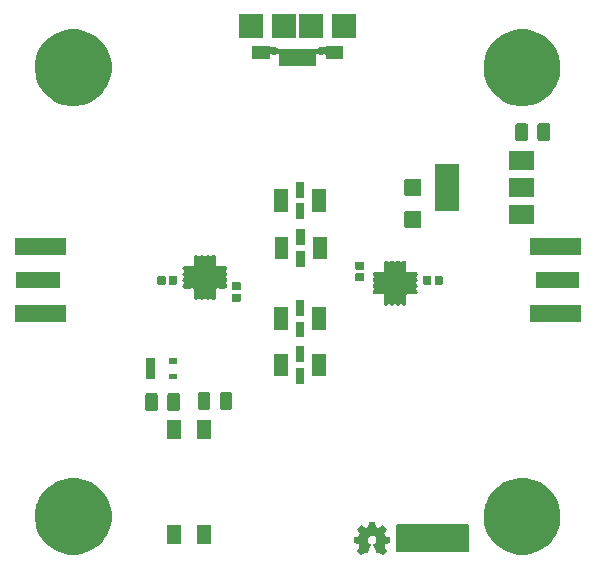
<source format=gts>
G04 #@! TF.GenerationSoftware,KiCad,Pcbnew,(5.0.2)-1*
G04 #@! TF.CreationDate,2019-01-19T11:17:49+11:00*
G04 #@! TF.ProjectId,Filter_Bank_Dev_Rev_0,46696c74-6572-45f4-9261-6e6b5f446576,0*
G04 #@! TF.SameCoordinates,Original*
G04 #@! TF.FileFunction,Soldermask,Top*
G04 #@! TF.FilePolarity,Negative*
%FSLAX46Y46*%
G04 Gerber Fmt 4.6, Leading zero omitted, Abs format (unit mm)*
G04 Created by KiCad (PCBNEW (5.0.2)-1) date 19/01/2019 11:17:49*
%MOMM*%
%LPD*%
G01*
G04 APERTURE LIST*
%ADD10C,0.150000*%
%ADD11C,0.010000*%
%ADD12C,0.100000*%
G04 APERTURE END LIST*
D10*
G04 #@! TO.C,REF\002A\002A*
G36*
X128450000Y-85700000D02*
X134450000Y-85700000D01*
X134450000Y-87950000D01*
X128450000Y-87950000D01*
X128450000Y-85700000D01*
G37*
X128450000Y-85700000D02*
X134450000Y-85700000D01*
X134450000Y-87950000D01*
X128450000Y-87950000D01*
X128450000Y-85700000D01*
D11*
G04 #@! TO.C,G\002A\002A\002A*
G36*
X126296025Y-85463358D02*
X126337086Y-85463668D01*
X126373939Y-85464144D01*
X126405448Y-85464763D01*
X126430478Y-85465502D01*
X126447893Y-85466337D01*
X126456557Y-85467244D01*
X126457210Y-85467471D01*
X126459787Y-85473471D01*
X126463922Y-85488787D01*
X126469466Y-85512721D01*
X126476268Y-85544573D01*
X126484179Y-85583644D01*
X126493047Y-85629237D01*
X126500901Y-85670850D01*
X126509151Y-85714601D01*
X126517001Y-85755265D01*
X126524225Y-85791748D01*
X126530599Y-85822957D01*
X126535898Y-85847798D01*
X126539897Y-85865177D01*
X126542372Y-85874000D01*
X126542802Y-85874834D01*
X126549048Y-85878371D01*
X126563151Y-85884916D01*
X126583676Y-85893889D01*
X126609190Y-85904710D01*
X126638258Y-85916800D01*
X126669446Y-85929578D01*
X126701320Y-85942466D01*
X126732447Y-85954882D01*
X126761392Y-85966248D01*
X126786721Y-85975983D01*
X126806999Y-85983508D01*
X126820794Y-85988242D01*
X126826671Y-85989607D01*
X126826678Y-85989605D01*
X126831988Y-85986333D01*
X126844724Y-85977928D01*
X126863948Y-85965025D01*
X126888724Y-85948257D01*
X126918114Y-85928260D01*
X126951180Y-85905669D01*
X126986986Y-85881119D01*
X126995656Y-85875162D01*
X127032085Y-85850277D01*
X127066148Y-85827306D01*
X127096886Y-85806874D01*
X127123339Y-85789606D01*
X127144549Y-85776126D01*
X127159556Y-85767059D01*
X127167401Y-85763028D01*
X127168086Y-85762879D01*
X127173807Y-85766391D01*
X127185602Y-85776292D01*
X127202520Y-85791632D01*
X127223609Y-85811458D01*
X127247919Y-85834820D01*
X127274500Y-85860767D01*
X127302400Y-85888347D01*
X127330669Y-85916609D01*
X127358355Y-85944603D01*
X127384508Y-85971376D01*
X127408178Y-85995978D01*
X127428412Y-86017458D01*
X127444261Y-86034864D01*
X127454774Y-86047246D01*
X127458999Y-86053651D01*
X127459040Y-86053938D01*
X127456243Y-86060058D01*
X127448279Y-86073530D01*
X127435789Y-86093372D01*
X127419410Y-86118598D01*
X127399783Y-86148226D01*
X127377547Y-86181269D01*
X127353341Y-86216745D01*
X127351788Y-86219005D01*
X127327294Y-86254726D01*
X127304499Y-86288139D01*
X127284080Y-86318244D01*
X127266708Y-86344038D01*
X127253060Y-86364521D01*
X127243807Y-86378692D01*
X127239626Y-86385550D01*
X127239568Y-86385670D01*
X127238784Y-86390391D01*
X127239912Y-86398231D01*
X127243299Y-86410143D01*
X127249292Y-86427084D01*
X127258241Y-86450007D01*
X127270491Y-86479867D01*
X127286390Y-86517619D01*
X127294749Y-86537252D01*
X127311018Y-86574852D01*
X127326011Y-86608510D01*
X127339231Y-86637168D01*
X127350175Y-86659772D01*
X127358346Y-86675265D01*
X127363243Y-86682592D01*
X127363710Y-86682948D01*
X127370560Y-86684928D01*
X127386248Y-86688502D01*
X127409616Y-86693434D01*
X127439508Y-86699491D01*
X127474767Y-86706439D01*
X127514236Y-86714044D01*
X127556757Y-86722071D01*
X127561409Y-86722940D01*
X127610146Y-86732180D01*
X127653053Y-86740621D01*
X127689390Y-86748102D01*
X127718418Y-86754463D01*
X127739397Y-86759544D01*
X127751585Y-86763184D01*
X127754451Y-86764714D01*
X127755372Y-86771096D01*
X127756225Y-86786503D01*
X127756989Y-86809798D01*
X127757638Y-86839847D01*
X127758151Y-86875514D01*
X127758503Y-86915663D01*
X127758671Y-86959159D01*
X127758682Y-86970027D01*
X127758649Y-87021548D01*
X127758486Y-87063801D01*
X127758162Y-87097680D01*
X127757647Y-87124077D01*
X127756908Y-87143884D01*
X127755916Y-87157996D01*
X127754639Y-87167303D01*
X127753046Y-87172699D01*
X127751595Y-87174741D01*
X127745095Y-87176999D01*
X127729763Y-87180799D01*
X127706765Y-87185898D01*
X127677271Y-87192050D01*
X127642450Y-87199013D01*
X127603470Y-87206543D01*
X127562365Y-87214236D01*
X127516210Y-87222897D01*
X127474798Y-87230981D01*
X127439062Y-87238286D01*
X127409937Y-87244611D01*
X127388354Y-87249758D01*
X127375249Y-87253525D01*
X127371726Y-87255133D01*
X127367704Y-87261585D01*
X127360714Y-87275987D01*
X127351314Y-87296948D01*
X127340063Y-87323082D01*
X127327519Y-87353000D01*
X127314240Y-87385313D01*
X127300785Y-87418634D01*
X127287712Y-87451575D01*
X127275580Y-87482747D01*
X127264946Y-87510763D01*
X127256369Y-87534233D01*
X127250408Y-87551771D01*
X127247620Y-87561987D01*
X127247556Y-87563842D01*
X127250901Y-87569358D01*
X127259348Y-87582262D01*
X127272236Y-87601573D01*
X127288906Y-87626312D01*
X127308697Y-87655498D01*
X127330948Y-87688151D01*
X127354512Y-87722582D01*
X127378487Y-87757797D01*
X127400526Y-87790662D01*
X127419982Y-87820174D01*
X127436209Y-87845331D01*
X127448558Y-87865130D01*
X127456383Y-87878568D01*
X127459040Y-87884588D01*
X127455537Y-87890258D01*
X127445662Y-87902017D01*
X127430363Y-87918914D01*
X127410590Y-87939997D01*
X127387290Y-87964314D01*
X127361414Y-87990912D01*
X127333908Y-88018838D01*
X127305723Y-88047142D01*
X127277807Y-88074870D01*
X127251109Y-88101071D01*
X127226578Y-88124792D01*
X127205162Y-88145081D01*
X127187810Y-88160985D01*
X127175471Y-88171554D01*
X127169094Y-88175834D01*
X127168792Y-88175880D01*
X127162917Y-88173089D01*
X127149690Y-88165148D01*
X127130102Y-88152705D01*
X127105147Y-88136406D01*
X127075814Y-88116900D01*
X127043098Y-88094834D01*
X127009274Y-88071740D01*
X126974192Y-88047807D01*
X126941493Y-88025813D01*
X126912179Y-88006405D01*
X126887247Y-87990232D01*
X126867696Y-87977942D01*
X126854527Y-87970183D01*
X126848812Y-87967600D01*
X126841386Y-87969920D01*
X126826894Y-87976305D01*
X126807157Y-87985890D01*
X126783991Y-87997810D01*
X126773350Y-88003481D01*
X126747800Y-88016747D01*
X126725514Y-88027375D01*
X126708172Y-88034622D01*
X126697456Y-88037744D01*
X126695823Y-88037771D01*
X126693235Y-88036377D01*
X126689874Y-88032452D01*
X126685467Y-88025381D01*
X126679738Y-88014547D01*
X126672414Y-87999334D01*
X126663220Y-87979125D01*
X126651884Y-87953305D01*
X126638129Y-87921257D01*
X126621684Y-87882365D01*
X126602272Y-87836012D01*
X126579620Y-87781582D01*
X126553454Y-87718459D01*
X126548860Y-87707359D01*
X126526257Y-87652528D01*
X126504911Y-87600342D01*
X126485128Y-87551575D01*
X126467213Y-87506998D01*
X126451473Y-87467386D01*
X126438212Y-87433510D01*
X126427736Y-87406143D01*
X126420352Y-87386060D01*
X126416364Y-87374031D01*
X126415760Y-87370809D01*
X126420949Y-87364897D01*
X126432723Y-87354827D01*
X126449234Y-87342102D01*
X126465173Y-87330629D01*
X126507327Y-87299570D01*
X126541753Y-87270231D01*
X126570203Y-87240682D01*
X126594432Y-87208997D01*
X126616194Y-87173247D01*
X126626863Y-87152918D01*
X126650756Y-87094488D01*
X126665076Y-87034158D01*
X126669979Y-86972953D01*
X126665623Y-86911898D01*
X126652163Y-86852019D01*
X126629756Y-86794342D01*
X126598559Y-86739891D01*
X126558727Y-86689692D01*
X126555664Y-86686411D01*
X126508017Y-86642833D01*
X126454808Y-86607422D01*
X126395354Y-86579755D01*
X126366660Y-86569807D01*
X126349933Y-86564974D01*
X126334165Y-86561632D01*
X126316854Y-86559519D01*
X126295497Y-86558373D01*
X126267593Y-86557935D01*
X126252540Y-86557900D01*
X126220915Y-86558110D01*
X126196936Y-86558916D01*
X126178093Y-86560578D01*
X126161877Y-86563357D01*
X126145778Y-86567516D01*
X126138240Y-86569802D01*
X126076246Y-86594205D01*
X126019961Y-86626690D01*
X125969969Y-86666763D01*
X125926854Y-86713933D01*
X125891201Y-86767707D01*
X125881329Y-86786500D01*
X125860756Y-86833357D01*
X125847234Y-86877726D01*
X125839860Y-86923443D01*
X125837727Y-86971920D01*
X125842586Y-87036989D01*
X125856992Y-87099065D01*
X125880688Y-87157510D01*
X125913416Y-87211687D01*
X125953955Y-87259975D01*
X125972140Y-87276971D01*
X125995762Y-87296791D01*
X126021748Y-87317052D01*
X126047023Y-87335368D01*
X126068514Y-87349354D01*
X126071139Y-87350883D01*
X126082832Y-87359785D01*
X126089872Y-87369264D01*
X126090325Y-87370648D01*
X126088872Y-87377322D01*
X126083641Y-87392833D01*
X126074832Y-87416671D01*
X126062647Y-87448326D01*
X126047287Y-87487287D01*
X126028953Y-87533043D01*
X126007846Y-87585085D01*
X125984166Y-87642901D01*
X125960728Y-87699679D01*
X125938300Y-87753781D01*
X125916914Y-87805286D01*
X125896903Y-87853399D01*
X125878599Y-87897325D01*
X125862334Y-87936268D01*
X125848442Y-87969433D01*
X125837253Y-87996026D01*
X125829102Y-88015249D01*
X125824319Y-88026309D01*
X125823253Y-88028609D01*
X125815020Y-88036716D01*
X125808211Y-88038720D01*
X125800498Y-88036394D01*
X125785745Y-88029995D01*
X125765790Y-88020387D01*
X125742470Y-88008437D01*
X125731642Y-88002672D01*
X125701834Y-87987192D01*
X125678316Y-87976189D01*
X125661875Y-87970007D01*
X125653822Y-87968837D01*
X125646680Y-87972269D01*
X125632538Y-87980700D01*
X125612709Y-87993286D01*
X125588506Y-88009184D01*
X125561241Y-88027551D01*
X125543880Y-88039461D01*
X125496962Y-88071822D01*
X125457682Y-88098815D01*
X125425352Y-88120892D01*
X125399281Y-88138506D01*
X125378781Y-88152109D01*
X125363163Y-88162155D01*
X125351739Y-88169097D01*
X125343819Y-88173388D01*
X125338714Y-88175480D01*
X125336387Y-88175880D01*
X125331121Y-88172399D01*
X125319535Y-88162478D01*
X125302460Y-88146897D01*
X125280721Y-88126437D01*
X125255148Y-88101880D01*
X125226568Y-88074006D01*
X125195809Y-88043597D01*
X125189731Y-88037541D01*
X125158736Y-88006470D01*
X125130010Y-87977382D01*
X125104357Y-87951112D01*
X125082577Y-87928494D01*
X125065473Y-87910363D01*
X125053847Y-87897552D01*
X125048501Y-87890896D01*
X125048266Y-87890413D01*
X125047367Y-87887436D01*
X125047052Y-87884393D01*
X125047835Y-87880460D01*
X125050226Y-87874812D01*
X125054737Y-87866624D01*
X125061879Y-87855072D01*
X125072165Y-87839330D01*
X125086105Y-87818575D01*
X125104212Y-87791980D01*
X125126996Y-87758721D01*
X125154969Y-87717973D01*
X125157515Y-87714266D01*
X125181161Y-87679625D01*
X125202865Y-87647438D01*
X125221973Y-87618706D01*
X125237831Y-87594428D01*
X125249785Y-87575605D01*
X125257181Y-87563237D01*
X125259400Y-87558469D01*
X125257571Y-87552070D01*
X125252390Y-87537455D01*
X125244314Y-87515826D01*
X125233802Y-87488385D01*
X125221312Y-87456333D01*
X125207300Y-87420874D01*
X125200294Y-87403307D01*
X125182557Y-87359314D01*
X125168005Y-87324051D01*
X125156276Y-87296727D01*
X125147006Y-87276551D01*
X125139833Y-87262734D01*
X125134394Y-87254485D01*
X125130444Y-87251059D01*
X125123085Y-87249121D01*
X125106936Y-87245609D01*
X125083202Y-87240762D01*
X125053091Y-87234819D01*
X125017809Y-87228018D01*
X124978562Y-87220597D01*
X124939921Y-87213414D01*
X124898281Y-87205616D01*
X124859669Y-87198154D01*
X124825261Y-87191273D01*
X124796230Y-87185217D01*
X124773751Y-87180232D01*
X124758998Y-87176560D01*
X124753231Y-87174531D01*
X124751433Y-87171360D01*
X124749961Y-87164541D01*
X124748785Y-87153211D01*
X124747877Y-87136509D01*
X124747207Y-87113571D01*
X124746746Y-87083536D01*
X124746465Y-87045541D01*
X124746336Y-86998724D01*
X124746320Y-86968875D01*
X124746320Y-86768954D01*
X124757750Y-86761902D01*
X124765237Y-86759400D01*
X124781536Y-86755372D01*
X124805455Y-86750066D01*
X124835802Y-86743732D01*
X124871384Y-86736617D01*
X124911009Y-86728971D01*
X124953486Y-86721042D01*
X124954600Y-86720838D01*
X124996876Y-86712950D01*
X125036108Y-86705374D01*
X125071145Y-86698352D01*
X125100836Y-86692126D01*
X125124030Y-86686937D01*
X125139576Y-86683026D01*
X125146323Y-86680637D01*
X125146405Y-86680566D01*
X125150090Y-86674301D01*
X125157022Y-86660106D01*
X125166577Y-86639428D01*
X125178134Y-86613713D01*
X125191070Y-86584406D01*
X125204763Y-86552954D01*
X125218591Y-86520802D01*
X125231931Y-86489397D01*
X125244161Y-86460185D01*
X125254659Y-86434611D01*
X125262803Y-86414123D01*
X125267969Y-86400165D01*
X125269560Y-86394394D01*
X125266767Y-86388575D01*
X125258811Y-86375372D01*
X125246319Y-86355749D01*
X125229924Y-86330667D01*
X125210254Y-86301089D01*
X125187939Y-86267976D01*
X125163611Y-86232293D01*
X125159742Y-86226655D01*
X125135048Y-86190538D01*
X125112155Y-86156750D01*
X125091713Y-86126274D01*
X125074371Y-86100088D01*
X125060778Y-86079175D01*
X125051583Y-86064516D01*
X125047434Y-86057090D01*
X125047293Y-86056684D01*
X125048054Y-86052579D01*
X125052214Y-86045668D01*
X125060317Y-86035355D01*
X125072905Y-86021048D01*
X125090521Y-86002154D01*
X125113708Y-85978078D01*
X125143008Y-85948226D01*
X125178964Y-85912005D01*
X125186199Y-85904749D01*
X125222218Y-85868889D01*
X125254356Y-85837378D01*
X125282068Y-85810731D01*
X125304806Y-85789461D01*
X125322023Y-85774081D01*
X125333174Y-85765105D01*
X125337325Y-85762880D01*
X125343560Y-85765672D01*
X125357156Y-85773627D01*
X125377133Y-85786110D01*
X125402508Y-85802487D01*
X125432300Y-85822122D01*
X125465526Y-85844382D01*
X125501205Y-85868631D01*
X125505086Y-85871289D01*
X125541100Y-85895928D01*
X125574822Y-85918914D01*
X125605253Y-85939573D01*
X125631395Y-85957230D01*
X125652248Y-85971211D01*
X125666815Y-85980841D01*
X125674096Y-85985446D01*
X125674352Y-85985587D01*
X125678805Y-85986941D01*
X125685339Y-85986744D01*
X125695059Y-85984631D01*
X125709068Y-85980234D01*
X125728471Y-85973187D01*
X125754373Y-85963124D01*
X125787877Y-85949677D01*
X125811512Y-85940068D01*
X125853366Y-85922981D01*
X125886788Y-85909243D01*
X125912760Y-85898382D01*
X125932264Y-85889926D01*
X125946281Y-85883403D01*
X125955795Y-85878340D01*
X125961786Y-85874266D01*
X125965236Y-85870708D01*
X125967128Y-85867193D01*
X125967945Y-85864840D01*
X125969560Y-85857736D01*
X125972793Y-85841805D01*
X125977420Y-85818215D01*
X125983216Y-85788129D01*
X125989958Y-85752714D01*
X125997420Y-85713135D01*
X126005378Y-85670558D01*
X126006195Y-85666168D01*
X126014252Y-85623481D01*
X126021968Y-85583799D01*
X126029104Y-85548266D01*
X126035420Y-85518028D01*
X126040676Y-85494228D01*
X126044633Y-85478012D01*
X126047050Y-85470524D01*
X126047212Y-85470283D01*
X126050242Y-85468437D01*
X126056563Y-85466928D01*
X126067063Y-85465727D01*
X126082633Y-85464801D01*
X126104159Y-85464121D01*
X126132532Y-85463657D01*
X126168639Y-85463376D01*
X126213370Y-85463250D01*
X126251892Y-85463237D01*
X126296025Y-85463358D01*
X126296025Y-85463358D01*
G37*
X126296025Y-85463358D02*
X126337086Y-85463668D01*
X126373939Y-85464144D01*
X126405448Y-85464763D01*
X126430478Y-85465502D01*
X126447893Y-85466337D01*
X126456557Y-85467244D01*
X126457210Y-85467471D01*
X126459787Y-85473471D01*
X126463922Y-85488787D01*
X126469466Y-85512721D01*
X126476268Y-85544573D01*
X126484179Y-85583644D01*
X126493047Y-85629237D01*
X126500901Y-85670850D01*
X126509151Y-85714601D01*
X126517001Y-85755265D01*
X126524225Y-85791748D01*
X126530599Y-85822957D01*
X126535898Y-85847798D01*
X126539897Y-85865177D01*
X126542372Y-85874000D01*
X126542802Y-85874834D01*
X126549048Y-85878371D01*
X126563151Y-85884916D01*
X126583676Y-85893889D01*
X126609190Y-85904710D01*
X126638258Y-85916800D01*
X126669446Y-85929578D01*
X126701320Y-85942466D01*
X126732447Y-85954882D01*
X126761392Y-85966248D01*
X126786721Y-85975983D01*
X126806999Y-85983508D01*
X126820794Y-85988242D01*
X126826671Y-85989607D01*
X126826678Y-85989605D01*
X126831988Y-85986333D01*
X126844724Y-85977928D01*
X126863948Y-85965025D01*
X126888724Y-85948257D01*
X126918114Y-85928260D01*
X126951180Y-85905669D01*
X126986986Y-85881119D01*
X126995656Y-85875162D01*
X127032085Y-85850277D01*
X127066148Y-85827306D01*
X127096886Y-85806874D01*
X127123339Y-85789606D01*
X127144549Y-85776126D01*
X127159556Y-85767059D01*
X127167401Y-85763028D01*
X127168086Y-85762879D01*
X127173807Y-85766391D01*
X127185602Y-85776292D01*
X127202520Y-85791632D01*
X127223609Y-85811458D01*
X127247919Y-85834820D01*
X127274500Y-85860767D01*
X127302400Y-85888347D01*
X127330669Y-85916609D01*
X127358355Y-85944603D01*
X127384508Y-85971376D01*
X127408178Y-85995978D01*
X127428412Y-86017458D01*
X127444261Y-86034864D01*
X127454774Y-86047246D01*
X127458999Y-86053651D01*
X127459040Y-86053938D01*
X127456243Y-86060058D01*
X127448279Y-86073530D01*
X127435789Y-86093372D01*
X127419410Y-86118598D01*
X127399783Y-86148226D01*
X127377547Y-86181269D01*
X127353341Y-86216745D01*
X127351788Y-86219005D01*
X127327294Y-86254726D01*
X127304499Y-86288139D01*
X127284080Y-86318244D01*
X127266708Y-86344038D01*
X127253060Y-86364521D01*
X127243807Y-86378692D01*
X127239626Y-86385550D01*
X127239568Y-86385670D01*
X127238784Y-86390391D01*
X127239912Y-86398231D01*
X127243299Y-86410143D01*
X127249292Y-86427084D01*
X127258241Y-86450007D01*
X127270491Y-86479867D01*
X127286390Y-86517619D01*
X127294749Y-86537252D01*
X127311018Y-86574852D01*
X127326011Y-86608510D01*
X127339231Y-86637168D01*
X127350175Y-86659772D01*
X127358346Y-86675265D01*
X127363243Y-86682592D01*
X127363710Y-86682948D01*
X127370560Y-86684928D01*
X127386248Y-86688502D01*
X127409616Y-86693434D01*
X127439508Y-86699491D01*
X127474767Y-86706439D01*
X127514236Y-86714044D01*
X127556757Y-86722071D01*
X127561409Y-86722940D01*
X127610146Y-86732180D01*
X127653053Y-86740621D01*
X127689390Y-86748102D01*
X127718418Y-86754463D01*
X127739397Y-86759544D01*
X127751585Y-86763184D01*
X127754451Y-86764714D01*
X127755372Y-86771096D01*
X127756225Y-86786503D01*
X127756989Y-86809798D01*
X127757638Y-86839847D01*
X127758151Y-86875514D01*
X127758503Y-86915663D01*
X127758671Y-86959159D01*
X127758682Y-86970027D01*
X127758649Y-87021548D01*
X127758486Y-87063801D01*
X127758162Y-87097680D01*
X127757647Y-87124077D01*
X127756908Y-87143884D01*
X127755916Y-87157996D01*
X127754639Y-87167303D01*
X127753046Y-87172699D01*
X127751595Y-87174741D01*
X127745095Y-87176999D01*
X127729763Y-87180799D01*
X127706765Y-87185898D01*
X127677271Y-87192050D01*
X127642450Y-87199013D01*
X127603470Y-87206543D01*
X127562365Y-87214236D01*
X127516210Y-87222897D01*
X127474798Y-87230981D01*
X127439062Y-87238286D01*
X127409937Y-87244611D01*
X127388354Y-87249758D01*
X127375249Y-87253525D01*
X127371726Y-87255133D01*
X127367704Y-87261585D01*
X127360714Y-87275987D01*
X127351314Y-87296948D01*
X127340063Y-87323082D01*
X127327519Y-87353000D01*
X127314240Y-87385313D01*
X127300785Y-87418634D01*
X127287712Y-87451575D01*
X127275580Y-87482747D01*
X127264946Y-87510763D01*
X127256369Y-87534233D01*
X127250408Y-87551771D01*
X127247620Y-87561987D01*
X127247556Y-87563842D01*
X127250901Y-87569358D01*
X127259348Y-87582262D01*
X127272236Y-87601573D01*
X127288906Y-87626312D01*
X127308697Y-87655498D01*
X127330948Y-87688151D01*
X127354512Y-87722582D01*
X127378487Y-87757797D01*
X127400526Y-87790662D01*
X127419982Y-87820174D01*
X127436209Y-87845331D01*
X127448558Y-87865130D01*
X127456383Y-87878568D01*
X127459040Y-87884588D01*
X127455537Y-87890258D01*
X127445662Y-87902017D01*
X127430363Y-87918914D01*
X127410590Y-87939997D01*
X127387290Y-87964314D01*
X127361414Y-87990912D01*
X127333908Y-88018838D01*
X127305723Y-88047142D01*
X127277807Y-88074870D01*
X127251109Y-88101071D01*
X127226578Y-88124792D01*
X127205162Y-88145081D01*
X127187810Y-88160985D01*
X127175471Y-88171554D01*
X127169094Y-88175834D01*
X127168792Y-88175880D01*
X127162917Y-88173089D01*
X127149690Y-88165148D01*
X127130102Y-88152705D01*
X127105147Y-88136406D01*
X127075814Y-88116900D01*
X127043098Y-88094834D01*
X127009274Y-88071740D01*
X126974192Y-88047807D01*
X126941493Y-88025813D01*
X126912179Y-88006405D01*
X126887247Y-87990232D01*
X126867696Y-87977942D01*
X126854527Y-87970183D01*
X126848812Y-87967600D01*
X126841386Y-87969920D01*
X126826894Y-87976305D01*
X126807157Y-87985890D01*
X126783991Y-87997810D01*
X126773350Y-88003481D01*
X126747800Y-88016747D01*
X126725514Y-88027375D01*
X126708172Y-88034622D01*
X126697456Y-88037744D01*
X126695823Y-88037771D01*
X126693235Y-88036377D01*
X126689874Y-88032452D01*
X126685467Y-88025381D01*
X126679738Y-88014547D01*
X126672414Y-87999334D01*
X126663220Y-87979125D01*
X126651884Y-87953305D01*
X126638129Y-87921257D01*
X126621684Y-87882365D01*
X126602272Y-87836012D01*
X126579620Y-87781582D01*
X126553454Y-87718459D01*
X126548860Y-87707359D01*
X126526257Y-87652528D01*
X126504911Y-87600342D01*
X126485128Y-87551575D01*
X126467213Y-87506998D01*
X126451473Y-87467386D01*
X126438212Y-87433510D01*
X126427736Y-87406143D01*
X126420352Y-87386060D01*
X126416364Y-87374031D01*
X126415760Y-87370809D01*
X126420949Y-87364897D01*
X126432723Y-87354827D01*
X126449234Y-87342102D01*
X126465173Y-87330629D01*
X126507327Y-87299570D01*
X126541753Y-87270231D01*
X126570203Y-87240682D01*
X126594432Y-87208997D01*
X126616194Y-87173247D01*
X126626863Y-87152918D01*
X126650756Y-87094488D01*
X126665076Y-87034158D01*
X126669979Y-86972953D01*
X126665623Y-86911898D01*
X126652163Y-86852019D01*
X126629756Y-86794342D01*
X126598559Y-86739891D01*
X126558727Y-86689692D01*
X126555664Y-86686411D01*
X126508017Y-86642833D01*
X126454808Y-86607422D01*
X126395354Y-86579755D01*
X126366660Y-86569807D01*
X126349933Y-86564974D01*
X126334165Y-86561632D01*
X126316854Y-86559519D01*
X126295497Y-86558373D01*
X126267593Y-86557935D01*
X126252540Y-86557900D01*
X126220915Y-86558110D01*
X126196936Y-86558916D01*
X126178093Y-86560578D01*
X126161877Y-86563357D01*
X126145778Y-86567516D01*
X126138240Y-86569802D01*
X126076246Y-86594205D01*
X126019961Y-86626690D01*
X125969969Y-86666763D01*
X125926854Y-86713933D01*
X125891201Y-86767707D01*
X125881329Y-86786500D01*
X125860756Y-86833357D01*
X125847234Y-86877726D01*
X125839860Y-86923443D01*
X125837727Y-86971920D01*
X125842586Y-87036989D01*
X125856992Y-87099065D01*
X125880688Y-87157510D01*
X125913416Y-87211687D01*
X125953955Y-87259975D01*
X125972140Y-87276971D01*
X125995762Y-87296791D01*
X126021748Y-87317052D01*
X126047023Y-87335368D01*
X126068514Y-87349354D01*
X126071139Y-87350883D01*
X126082832Y-87359785D01*
X126089872Y-87369264D01*
X126090325Y-87370648D01*
X126088872Y-87377322D01*
X126083641Y-87392833D01*
X126074832Y-87416671D01*
X126062647Y-87448326D01*
X126047287Y-87487287D01*
X126028953Y-87533043D01*
X126007846Y-87585085D01*
X125984166Y-87642901D01*
X125960728Y-87699679D01*
X125938300Y-87753781D01*
X125916914Y-87805286D01*
X125896903Y-87853399D01*
X125878599Y-87897325D01*
X125862334Y-87936268D01*
X125848442Y-87969433D01*
X125837253Y-87996026D01*
X125829102Y-88015249D01*
X125824319Y-88026309D01*
X125823253Y-88028609D01*
X125815020Y-88036716D01*
X125808211Y-88038720D01*
X125800498Y-88036394D01*
X125785745Y-88029995D01*
X125765790Y-88020387D01*
X125742470Y-88008437D01*
X125731642Y-88002672D01*
X125701834Y-87987192D01*
X125678316Y-87976189D01*
X125661875Y-87970007D01*
X125653822Y-87968837D01*
X125646680Y-87972269D01*
X125632538Y-87980700D01*
X125612709Y-87993286D01*
X125588506Y-88009184D01*
X125561241Y-88027551D01*
X125543880Y-88039461D01*
X125496962Y-88071822D01*
X125457682Y-88098815D01*
X125425352Y-88120892D01*
X125399281Y-88138506D01*
X125378781Y-88152109D01*
X125363163Y-88162155D01*
X125351739Y-88169097D01*
X125343819Y-88173388D01*
X125338714Y-88175480D01*
X125336387Y-88175880D01*
X125331121Y-88172399D01*
X125319535Y-88162478D01*
X125302460Y-88146897D01*
X125280721Y-88126437D01*
X125255148Y-88101880D01*
X125226568Y-88074006D01*
X125195809Y-88043597D01*
X125189731Y-88037541D01*
X125158736Y-88006470D01*
X125130010Y-87977382D01*
X125104357Y-87951112D01*
X125082577Y-87928494D01*
X125065473Y-87910363D01*
X125053847Y-87897552D01*
X125048501Y-87890896D01*
X125048266Y-87890413D01*
X125047367Y-87887436D01*
X125047052Y-87884393D01*
X125047835Y-87880460D01*
X125050226Y-87874812D01*
X125054737Y-87866624D01*
X125061879Y-87855072D01*
X125072165Y-87839330D01*
X125086105Y-87818575D01*
X125104212Y-87791980D01*
X125126996Y-87758721D01*
X125154969Y-87717973D01*
X125157515Y-87714266D01*
X125181161Y-87679625D01*
X125202865Y-87647438D01*
X125221973Y-87618706D01*
X125237831Y-87594428D01*
X125249785Y-87575605D01*
X125257181Y-87563237D01*
X125259400Y-87558469D01*
X125257571Y-87552070D01*
X125252390Y-87537455D01*
X125244314Y-87515826D01*
X125233802Y-87488385D01*
X125221312Y-87456333D01*
X125207300Y-87420874D01*
X125200294Y-87403307D01*
X125182557Y-87359314D01*
X125168005Y-87324051D01*
X125156276Y-87296727D01*
X125147006Y-87276551D01*
X125139833Y-87262734D01*
X125134394Y-87254485D01*
X125130444Y-87251059D01*
X125123085Y-87249121D01*
X125106936Y-87245609D01*
X125083202Y-87240762D01*
X125053091Y-87234819D01*
X125017809Y-87228018D01*
X124978562Y-87220597D01*
X124939921Y-87213414D01*
X124898281Y-87205616D01*
X124859669Y-87198154D01*
X124825261Y-87191273D01*
X124796230Y-87185217D01*
X124773751Y-87180232D01*
X124758998Y-87176560D01*
X124753231Y-87174531D01*
X124751433Y-87171360D01*
X124749961Y-87164541D01*
X124748785Y-87153211D01*
X124747877Y-87136509D01*
X124747207Y-87113571D01*
X124746746Y-87083536D01*
X124746465Y-87045541D01*
X124746336Y-86998724D01*
X124746320Y-86968875D01*
X124746320Y-86768954D01*
X124757750Y-86761902D01*
X124765237Y-86759400D01*
X124781536Y-86755372D01*
X124805455Y-86750066D01*
X124835802Y-86743732D01*
X124871384Y-86736617D01*
X124911009Y-86728971D01*
X124953486Y-86721042D01*
X124954600Y-86720838D01*
X124996876Y-86712950D01*
X125036108Y-86705374D01*
X125071145Y-86698352D01*
X125100836Y-86692126D01*
X125124030Y-86686937D01*
X125139576Y-86683026D01*
X125146323Y-86680637D01*
X125146405Y-86680566D01*
X125150090Y-86674301D01*
X125157022Y-86660106D01*
X125166577Y-86639428D01*
X125178134Y-86613713D01*
X125191070Y-86584406D01*
X125204763Y-86552954D01*
X125218591Y-86520802D01*
X125231931Y-86489397D01*
X125244161Y-86460185D01*
X125254659Y-86434611D01*
X125262803Y-86414123D01*
X125267969Y-86400165D01*
X125269560Y-86394394D01*
X125266767Y-86388575D01*
X125258811Y-86375372D01*
X125246319Y-86355749D01*
X125229924Y-86330667D01*
X125210254Y-86301089D01*
X125187939Y-86267976D01*
X125163611Y-86232293D01*
X125159742Y-86226655D01*
X125135048Y-86190538D01*
X125112155Y-86156750D01*
X125091713Y-86126274D01*
X125074371Y-86100088D01*
X125060778Y-86079175D01*
X125051583Y-86064516D01*
X125047434Y-86057090D01*
X125047293Y-86056684D01*
X125048054Y-86052579D01*
X125052214Y-86045668D01*
X125060317Y-86035355D01*
X125072905Y-86021048D01*
X125090521Y-86002154D01*
X125113708Y-85978078D01*
X125143008Y-85948226D01*
X125178964Y-85912005D01*
X125186199Y-85904749D01*
X125222218Y-85868889D01*
X125254356Y-85837378D01*
X125282068Y-85810731D01*
X125304806Y-85789461D01*
X125322023Y-85774081D01*
X125333174Y-85765105D01*
X125337325Y-85762880D01*
X125343560Y-85765672D01*
X125357156Y-85773627D01*
X125377133Y-85786110D01*
X125402508Y-85802487D01*
X125432300Y-85822122D01*
X125465526Y-85844382D01*
X125501205Y-85868631D01*
X125505086Y-85871289D01*
X125541100Y-85895928D01*
X125574822Y-85918914D01*
X125605253Y-85939573D01*
X125631395Y-85957230D01*
X125652248Y-85971211D01*
X125666815Y-85980841D01*
X125674096Y-85985446D01*
X125674352Y-85985587D01*
X125678805Y-85986941D01*
X125685339Y-85986744D01*
X125695059Y-85984631D01*
X125709068Y-85980234D01*
X125728471Y-85973187D01*
X125754373Y-85963124D01*
X125787877Y-85949677D01*
X125811512Y-85940068D01*
X125853366Y-85922981D01*
X125886788Y-85909243D01*
X125912760Y-85898382D01*
X125932264Y-85889926D01*
X125946281Y-85883403D01*
X125955795Y-85878340D01*
X125961786Y-85874266D01*
X125965236Y-85870708D01*
X125967128Y-85867193D01*
X125967945Y-85864840D01*
X125969560Y-85857736D01*
X125972793Y-85841805D01*
X125977420Y-85818215D01*
X125983216Y-85788129D01*
X125989958Y-85752714D01*
X125997420Y-85713135D01*
X126005378Y-85670558D01*
X126006195Y-85666168D01*
X126014252Y-85623481D01*
X126021968Y-85583799D01*
X126029104Y-85548266D01*
X126035420Y-85518028D01*
X126040676Y-85494228D01*
X126044633Y-85478012D01*
X126047050Y-85470524D01*
X126047212Y-85470283D01*
X126050242Y-85468437D01*
X126056563Y-85466928D01*
X126067063Y-85465727D01*
X126082633Y-85464801D01*
X126104159Y-85464121D01*
X126132532Y-85463657D01*
X126168639Y-85463376D01*
X126213370Y-85463250D01*
X126251892Y-85463237D01*
X126296025Y-85463358D01*
D12*
G36*
X139634239Y-81811467D02*
X139948282Y-81873934D01*
X140539926Y-82119001D01*
X140829523Y-82312504D01*
X141072395Y-82474786D01*
X141525214Y-82927605D01*
X141525216Y-82927608D01*
X141880999Y-83460074D01*
X142002724Y-83753944D01*
X142126066Y-84051719D01*
X142251000Y-84679803D01*
X142251000Y-85320197D01*
X142188533Y-85634239D01*
X142126066Y-85948282D01*
X141880999Y-86539926D01*
X141633265Y-86910685D01*
X141525214Y-87072395D01*
X141072395Y-87525214D01*
X141072392Y-87525216D01*
X140539926Y-87880999D01*
X139948282Y-88126066D01*
X139634239Y-88188533D01*
X139320197Y-88251000D01*
X138679803Y-88251000D01*
X138365761Y-88188533D01*
X138051718Y-88126066D01*
X137460074Y-87880999D01*
X136927608Y-87525216D01*
X136927605Y-87525214D01*
X136474786Y-87072395D01*
X136366735Y-86910685D01*
X136119001Y-86539926D01*
X135873934Y-85948282D01*
X135811467Y-85634239D01*
X135749000Y-85320197D01*
X135749000Y-84679803D01*
X135873934Y-84051719D01*
X135997276Y-83753944D01*
X136119001Y-83460074D01*
X136474784Y-82927608D01*
X136474786Y-82927605D01*
X136927605Y-82474786D01*
X137170477Y-82312504D01*
X137460074Y-82119001D01*
X138051718Y-81873934D01*
X138365761Y-81811467D01*
X138679803Y-81749000D01*
X139320197Y-81749000D01*
X139634239Y-81811467D01*
X139634239Y-81811467D01*
G37*
G36*
X101634239Y-81811467D02*
X101948282Y-81873934D01*
X102539926Y-82119001D01*
X102829523Y-82312504D01*
X103072395Y-82474786D01*
X103525214Y-82927605D01*
X103525216Y-82927608D01*
X103880999Y-83460074D01*
X104002724Y-83753944D01*
X104126066Y-84051719D01*
X104251000Y-84679803D01*
X104251000Y-85320197D01*
X104188533Y-85634239D01*
X104126066Y-85948282D01*
X103880999Y-86539926D01*
X103633265Y-86910685D01*
X103525214Y-87072395D01*
X103072395Y-87525214D01*
X103072392Y-87525216D01*
X102539926Y-87880999D01*
X101948282Y-88126066D01*
X101634239Y-88188533D01*
X101320197Y-88251000D01*
X100679803Y-88251000D01*
X100365761Y-88188533D01*
X100051718Y-88126066D01*
X99460074Y-87880999D01*
X98927608Y-87525216D01*
X98927605Y-87525214D01*
X98474786Y-87072395D01*
X98366735Y-86910685D01*
X98119001Y-86539926D01*
X97873934Y-85948282D01*
X97811467Y-85634239D01*
X97749000Y-85320197D01*
X97749000Y-84679803D01*
X97873934Y-84051719D01*
X97997276Y-83753944D01*
X98119001Y-83460074D01*
X98474784Y-82927608D01*
X98474786Y-82927605D01*
X98927605Y-82474786D01*
X99170477Y-82312504D01*
X99460074Y-82119001D01*
X100051718Y-81873934D01*
X100365761Y-81811467D01*
X100679803Y-81749000D01*
X101320197Y-81749000D01*
X101634239Y-81811467D01*
X101634239Y-81811467D01*
G37*
G36*
X112671000Y-87351000D02*
X111469000Y-87351000D01*
X111469000Y-85749000D01*
X112671000Y-85749000D01*
X112671000Y-87351000D01*
X112671000Y-87351000D01*
G37*
G36*
X110131000Y-87351000D02*
X108929000Y-87351000D01*
X108929000Y-85749000D01*
X110131000Y-85749000D01*
X110131000Y-87351000D01*
X110131000Y-87351000D01*
G37*
G36*
X112671000Y-78451000D02*
X111469000Y-78451000D01*
X111469000Y-76849000D01*
X112671000Y-76849000D01*
X112671000Y-78451000D01*
X112671000Y-78451000D01*
G37*
G36*
X110131000Y-78451000D02*
X108929000Y-78451000D01*
X108929000Y-76849000D01*
X110131000Y-76849000D01*
X110131000Y-78451000D01*
X110131000Y-78451000D01*
G37*
G36*
X109871966Y-74553565D02*
X109910637Y-74565296D01*
X109946279Y-74584348D01*
X109977517Y-74609983D01*
X110003152Y-74641221D01*
X110022204Y-74676863D01*
X110033935Y-74715534D01*
X110038500Y-74761888D01*
X110038500Y-75838112D01*
X110033935Y-75884466D01*
X110022204Y-75923137D01*
X110003152Y-75958779D01*
X109977517Y-75990017D01*
X109946279Y-76015652D01*
X109910637Y-76034704D01*
X109871966Y-76046435D01*
X109825612Y-76051000D01*
X109174388Y-76051000D01*
X109128034Y-76046435D01*
X109089363Y-76034704D01*
X109053721Y-76015652D01*
X109022483Y-75990017D01*
X108996848Y-75958779D01*
X108977796Y-75923137D01*
X108966065Y-75884466D01*
X108961500Y-75838112D01*
X108961500Y-74761888D01*
X108966065Y-74715534D01*
X108977796Y-74676863D01*
X108996848Y-74641221D01*
X109022483Y-74609983D01*
X109053721Y-74584348D01*
X109089363Y-74565296D01*
X109128034Y-74553565D01*
X109174388Y-74549000D01*
X109825612Y-74549000D01*
X109871966Y-74553565D01*
X109871966Y-74553565D01*
G37*
G36*
X107996966Y-74553565D02*
X108035637Y-74565296D01*
X108071279Y-74584348D01*
X108102517Y-74609983D01*
X108128152Y-74641221D01*
X108147204Y-74676863D01*
X108158935Y-74715534D01*
X108163500Y-74761888D01*
X108163500Y-75838112D01*
X108158935Y-75884466D01*
X108147204Y-75923137D01*
X108128152Y-75958779D01*
X108102517Y-75990017D01*
X108071279Y-76015652D01*
X108035637Y-76034704D01*
X107996966Y-76046435D01*
X107950612Y-76051000D01*
X107299388Y-76051000D01*
X107253034Y-76046435D01*
X107214363Y-76034704D01*
X107178721Y-76015652D01*
X107147483Y-75990017D01*
X107121848Y-75958779D01*
X107102796Y-75923137D01*
X107091065Y-75884466D01*
X107086500Y-75838112D01*
X107086500Y-74761888D01*
X107091065Y-74715534D01*
X107102796Y-74676863D01*
X107121848Y-74641221D01*
X107147483Y-74609983D01*
X107178721Y-74584348D01*
X107214363Y-74565296D01*
X107253034Y-74553565D01*
X107299388Y-74549000D01*
X107950612Y-74549000D01*
X107996966Y-74553565D01*
X107996966Y-74553565D01*
G37*
G36*
X114309466Y-74453565D02*
X114348137Y-74465296D01*
X114383779Y-74484348D01*
X114415017Y-74509983D01*
X114440652Y-74541221D01*
X114459704Y-74576863D01*
X114471435Y-74615534D01*
X114476000Y-74661888D01*
X114476000Y-75738112D01*
X114471435Y-75784466D01*
X114459704Y-75823137D01*
X114440652Y-75858779D01*
X114415017Y-75890017D01*
X114383779Y-75915652D01*
X114348137Y-75934704D01*
X114309466Y-75946435D01*
X114263112Y-75951000D01*
X113611888Y-75951000D01*
X113565534Y-75946435D01*
X113526863Y-75934704D01*
X113491221Y-75915652D01*
X113459983Y-75890017D01*
X113434348Y-75858779D01*
X113415296Y-75823137D01*
X113403565Y-75784466D01*
X113399000Y-75738112D01*
X113399000Y-74661888D01*
X113403565Y-74615534D01*
X113415296Y-74576863D01*
X113434348Y-74541221D01*
X113459983Y-74509983D01*
X113491221Y-74484348D01*
X113526863Y-74465296D01*
X113565534Y-74453565D01*
X113611888Y-74449000D01*
X114263112Y-74449000D01*
X114309466Y-74453565D01*
X114309466Y-74453565D01*
G37*
G36*
X112434466Y-74453565D02*
X112473137Y-74465296D01*
X112508779Y-74484348D01*
X112540017Y-74509983D01*
X112565652Y-74541221D01*
X112584704Y-74576863D01*
X112596435Y-74615534D01*
X112601000Y-74661888D01*
X112601000Y-75738112D01*
X112596435Y-75784466D01*
X112584704Y-75823137D01*
X112565652Y-75858779D01*
X112540017Y-75890017D01*
X112508779Y-75915652D01*
X112473137Y-75934704D01*
X112434466Y-75946435D01*
X112388112Y-75951000D01*
X111736888Y-75951000D01*
X111690534Y-75946435D01*
X111651863Y-75934704D01*
X111616221Y-75915652D01*
X111584983Y-75890017D01*
X111559348Y-75858779D01*
X111540296Y-75823137D01*
X111528565Y-75784466D01*
X111524000Y-75738112D01*
X111524000Y-74661888D01*
X111528565Y-74615534D01*
X111540296Y-74576863D01*
X111559348Y-74541221D01*
X111584983Y-74509983D01*
X111616221Y-74484348D01*
X111651863Y-74465296D01*
X111690534Y-74453565D01*
X111736888Y-74449000D01*
X112388112Y-74449000D01*
X112434466Y-74453565D01*
X112434466Y-74453565D01*
G37*
G36*
X120556000Y-73768500D02*
X119844000Y-73768500D01*
X119844000Y-72421500D01*
X120556000Y-72421500D01*
X120556000Y-73768500D01*
X120556000Y-73768500D01*
G37*
G36*
X109826000Y-73401000D02*
X109074000Y-73401000D01*
X109074000Y-72899000D01*
X109826000Y-72899000D01*
X109826000Y-73401000D01*
X109826000Y-73401000D01*
G37*
G36*
X107926000Y-73401000D02*
X107174000Y-73401000D01*
X107174000Y-71599000D01*
X107926000Y-71599000D01*
X107926000Y-73401000D01*
X107926000Y-73401000D01*
G37*
G36*
X122396000Y-73123500D02*
X121254000Y-73123500D01*
X121254000Y-71221500D01*
X122396000Y-71221500D01*
X122396000Y-73123500D01*
X122396000Y-73123500D01*
G37*
G36*
X119146000Y-73123500D02*
X118004000Y-73123500D01*
X118004000Y-71221500D01*
X119146000Y-71221500D01*
X119146000Y-73123500D01*
X119146000Y-73123500D01*
G37*
G36*
X109826000Y-72101000D02*
X109074000Y-72101000D01*
X109074000Y-71599000D01*
X109826000Y-71599000D01*
X109826000Y-72101000D01*
X109826000Y-72101000D01*
G37*
G36*
X120556000Y-71923500D02*
X119844000Y-71923500D01*
X119844000Y-70576500D01*
X120556000Y-70576500D01*
X120556000Y-71923500D01*
X120556000Y-71923500D01*
G37*
G36*
X120556000Y-69846000D02*
X119844000Y-69846000D01*
X119844000Y-68499000D01*
X120556000Y-68499000D01*
X120556000Y-69846000D01*
X120556000Y-69846000D01*
G37*
G36*
X122396000Y-69201000D02*
X121254000Y-69201000D01*
X121254000Y-67299000D01*
X122396000Y-67299000D01*
X122396000Y-69201000D01*
X122396000Y-69201000D01*
G37*
G36*
X119146000Y-69201000D02*
X118004000Y-69201000D01*
X118004000Y-67299000D01*
X119146000Y-67299000D01*
X119146000Y-69201000D01*
X119146000Y-69201000D01*
G37*
G36*
X100351000Y-68551000D02*
X96049000Y-68551000D01*
X96049000Y-67099000D01*
X100351000Y-67099000D01*
X100351000Y-68551000D01*
X100351000Y-68551000D01*
G37*
G36*
X143951000Y-68551000D02*
X139649000Y-68551000D01*
X139649000Y-67099000D01*
X143951000Y-67099000D01*
X143951000Y-68551000D01*
X143951000Y-68551000D01*
G37*
G36*
X120556000Y-68001000D02*
X119844000Y-68001000D01*
X119844000Y-66654000D01*
X120556000Y-66654000D01*
X120556000Y-68001000D01*
X120556000Y-68001000D01*
G37*
G36*
X129039398Y-63351908D02*
X129039401Y-63351909D01*
X129039402Y-63351909D01*
X129077290Y-63363402D01*
X129112209Y-63382066D01*
X129142816Y-63407184D01*
X129167934Y-63437790D01*
X129186598Y-63472709D01*
X129195952Y-63503545D01*
X129198092Y-63510600D01*
X129201000Y-63540127D01*
X129201000Y-64009873D01*
X129198092Y-64039400D01*
X129198091Y-64039403D01*
X129186598Y-64077291D01*
X129167934Y-64112210D01*
X129167932Y-64112212D01*
X129166402Y-64115075D01*
X129157025Y-64137714D01*
X129152244Y-64161747D01*
X129152244Y-64186252D01*
X129157024Y-64210285D01*
X129166402Y-64232924D01*
X129180015Y-64253299D01*
X129197342Y-64270626D01*
X129217362Y-64284003D01*
X129222066Y-64292804D01*
X129237612Y-64311746D01*
X129256554Y-64327292D01*
X129278165Y-64338843D01*
X129301614Y-64345956D01*
X129326000Y-64348358D01*
X129350386Y-64345956D01*
X129373835Y-64338843D01*
X129384925Y-64333598D01*
X129387788Y-64332068D01*
X129387790Y-64332066D01*
X129422709Y-64313402D01*
X129460597Y-64301909D01*
X129460600Y-64301908D01*
X129490127Y-64299000D01*
X129959873Y-64299000D01*
X129989400Y-64301908D01*
X129989403Y-64301909D01*
X130027291Y-64313402D01*
X130062210Y-64332066D01*
X130092816Y-64357184D01*
X130117934Y-64387790D01*
X130125619Y-64402169D01*
X130136597Y-64422707D01*
X130148092Y-64460600D01*
X130151972Y-64500000D01*
X130148092Y-64539400D01*
X130148091Y-64539403D01*
X130136598Y-64577291D01*
X130117934Y-64612210D01*
X130093347Y-64642169D01*
X130092814Y-64642818D01*
X130079952Y-64653373D01*
X130062625Y-64670700D01*
X130049011Y-64691074D01*
X130039633Y-64713713D01*
X130034852Y-64737746D01*
X130034852Y-64762251D01*
X130039632Y-64786284D01*
X130049009Y-64808923D01*
X130062623Y-64829298D01*
X130079950Y-64846625D01*
X130092816Y-64857184D01*
X130117934Y-64887790D01*
X130128736Y-64908000D01*
X130136597Y-64922707D01*
X130148092Y-64960600D01*
X130151972Y-65000000D01*
X130148092Y-65039400D01*
X130148091Y-65039403D01*
X130136598Y-65077291D01*
X130117934Y-65112210D01*
X130092816Y-65142816D01*
X130092814Y-65142818D01*
X130079952Y-65153373D01*
X130062625Y-65170700D01*
X130049011Y-65191074D01*
X130039633Y-65213713D01*
X130034852Y-65237746D01*
X130034852Y-65262251D01*
X130039632Y-65286284D01*
X130049009Y-65308923D01*
X130062623Y-65329298D01*
X130079950Y-65346625D01*
X130092816Y-65357184D01*
X130117934Y-65387790D01*
X130135466Y-65420590D01*
X130136597Y-65422707D01*
X130148092Y-65460600D01*
X130151972Y-65500000D01*
X130148092Y-65539400D01*
X130148091Y-65539403D01*
X130136598Y-65577291D01*
X130117934Y-65612210D01*
X130092816Y-65642816D01*
X130082062Y-65651642D01*
X130079952Y-65653373D01*
X130062625Y-65670700D01*
X130049011Y-65691074D01*
X130039633Y-65713713D01*
X130034852Y-65737746D01*
X130034852Y-65762251D01*
X130039632Y-65786284D01*
X130049009Y-65808923D01*
X130062623Y-65829298D01*
X130079950Y-65846625D01*
X130092816Y-65857184D01*
X130117934Y-65887790D01*
X130135466Y-65920590D01*
X130136597Y-65922707D01*
X130148092Y-65960600D01*
X130151972Y-66000000D01*
X130148092Y-66039400D01*
X130148091Y-66039403D01*
X130136598Y-66077291D01*
X130117934Y-66112210D01*
X130092816Y-66142816D01*
X130062210Y-66167934D01*
X130027291Y-66186598D01*
X129996455Y-66195952D01*
X129989400Y-66198092D01*
X129959873Y-66201000D01*
X129490127Y-66201000D01*
X129460600Y-66198092D01*
X129453545Y-66195952D01*
X129422709Y-66186598D01*
X129387790Y-66167934D01*
X129387788Y-66167932D01*
X129384925Y-66166402D01*
X129362286Y-66157025D01*
X129338253Y-66152244D01*
X129313748Y-66152244D01*
X129289715Y-66157024D01*
X129267076Y-66166402D01*
X129246701Y-66180015D01*
X129229374Y-66197342D01*
X129215997Y-66217362D01*
X129207196Y-66222066D01*
X129188254Y-66237612D01*
X129172708Y-66256554D01*
X129161157Y-66278165D01*
X129154044Y-66301614D01*
X129151642Y-66326000D01*
X129154044Y-66350386D01*
X129161157Y-66373835D01*
X129166402Y-66384925D01*
X129167932Y-66387788D01*
X129167934Y-66387790D01*
X129184723Y-66419201D01*
X129186597Y-66422707D01*
X129198092Y-66460600D01*
X129201000Y-66490127D01*
X129201000Y-66959873D01*
X129198092Y-66989400D01*
X129198091Y-66989403D01*
X129186598Y-67027291D01*
X129167934Y-67062210D01*
X129142816Y-67092816D01*
X129112210Y-67117934D01*
X129077291Y-67136598D01*
X129046455Y-67145952D01*
X129039400Y-67148092D01*
X129000000Y-67151972D01*
X128960602Y-67148092D01*
X128960599Y-67148091D01*
X128960598Y-67148091D01*
X128922710Y-67136598D01*
X128887791Y-67117934D01*
X128857185Y-67092816D01*
X128846625Y-67079949D01*
X128829301Y-67062625D01*
X128808927Y-67049011D01*
X128786288Y-67039633D01*
X128762255Y-67034852D01*
X128737750Y-67034852D01*
X128713717Y-67039632D01*
X128691078Y-67049009D01*
X128670703Y-67062623D01*
X128653376Y-67079949D01*
X128649584Y-67084570D01*
X128642816Y-67092816D01*
X128612210Y-67117934D01*
X128577291Y-67136598D01*
X128546455Y-67145952D01*
X128539400Y-67148092D01*
X128500000Y-67151972D01*
X128460602Y-67148092D01*
X128460599Y-67148091D01*
X128460598Y-67148091D01*
X128422710Y-67136598D01*
X128387791Y-67117934D01*
X128357185Y-67092816D01*
X128346625Y-67079949D01*
X128329301Y-67062625D01*
X128308927Y-67049011D01*
X128286288Y-67039633D01*
X128262255Y-67034852D01*
X128237750Y-67034852D01*
X128213717Y-67039632D01*
X128191078Y-67049009D01*
X128170703Y-67062623D01*
X128153376Y-67079949D01*
X128149584Y-67084570D01*
X128142816Y-67092816D01*
X128112210Y-67117934D01*
X128077291Y-67136598D01*
X128046455Y-67145952D01*
X128039400Y-67148092D01*
X128000000Y-67151972D01*
X127960602Y-67148092D01*
X127960599Y-67148091D01*
X127960598Y-67148091D01*
X127922710Y-67136598D01*
X127887791Y-67117934D01*
X127857185Y-67092816D01*
X127846625Y-67079949D01*
X127829301Y-67062625D01*
X127808927Y-67049011D01*
X127786288Y-67039633D01*
X127762255Y-67034852D01*
X127737750Y-67034852D01*
X127713717Y-67039632D01*
X127691078Y-67049009D01*
X127670703Y-67062623D01*
X127653376Y-67079949D01*
X127649584Y-67084570D01*
X127642816Y-67092816D01*
X127612210Y-67117934D01*
X127577291Y-67136598D01*
X127546455Y-67145952D01*
X127539400Y-67148092D01*
X127500000Y-67151972D01*
X127460602Y-67148092D01*
X127460599Y-67148091D01*
X127460598Y-67148091D01*
X127422710Y-67136598D01*
X127387791Y-67117934D01*
X127357185Y-67092816D01*
X127332067Y-67062210D01*
X127313403Y-67027291D01*
X127301910Y-66989403D01*
X127301910Y-66989402D01*
X127301909Y-66989399D01*
X127299000Y-66959869D01*
X127299000Y-66490128D01*
X127301908Y-66460601D01*
X127313403Y-66422706D01*
X127326084Y-66398984D01*
X127332066Y-66387791D01*
X127332068Y-66387789D01*
X127333598Y-66384926D01*
X127342976Y-66362287D01*
X127347757Y-66338254D01*
X127347757Y-66313749D01*
X127342977Y-66289716D01*
X127333600Y-66267077D01*
X127319986Y-66246702D01*
X127302659Y-66229375D01*
X127282638Y-66215997D01*
X127277934Y-66207196D01*
X127262388Y-66188254D01*
X127243446Y-66172708D01*
X127221835Y-66161157D01*
X127198386Y-66154044D01*
X127174000Y-66151642D01*
X127149614Y-66154044D01*
X127126165Y-66161157D01*
X127115075Y-66166402D01*
X127112212Y-66167932D01*
X127112210Y-66167934D01*
X127077291Y-66186598D01*
X127046455Y-66195952D01*
X127039400Y-66198092D01*
X127009873Y-66201000D01*
X126540127Y-66201000D01*
X126510600Y-66198092D01*
X126503545Y-66195952D01*
X126472709Y-66186598D01*
X126437790Y-66167934D01*
X126407184Y-66142816D01*
X126382066Y-66112210D01*
X126363402Y-66077291D01*
X126351909Y-66039403D01*
X126351908Y-66039400D01*
X126348028Y-66000000D01*
X126351908Y-65960600D01*
X126363403Y-65922707D01*
X126364534Y-65920590D01*
X126382066Y-65887790D01*
X126407184Y-65857184D01*
X126420050Y-65846625D01*
X126437375Y-65829300D01*
X126450989Y-65808926D01*
X126460367Y-65786287D01*
X126465148Y-65762254D01*
X126465148Y-65737749D01*
X126460368Y-65713716D01*
X126450991Y-65691077D01*
X126437377Y-65670702D01*
X126420048Y-65653373D01*
X126417939Y-65651642D01*
X126407184Y-65642816D01*
X126382066Y-65612210D01*
X126363402Y-65577291D01*
X126351909Y-65539403D01*
X126351908Y-65539400D01*
X126348028Y-65500000D01*
X126351908Y-65460600D01*
X126363403Y-65422707D01*
X126364534Y-65420590D01*
X126382066Y-65387790D01*
X126407184Y-65357184D01*
X126420050Y-65346625D01*
X126437375Y-65329300D01*
X126450989Y-65308926D01*
X126460367Y-65286287D01*
X126465148Y-65262254D01*
X126465148Y-65237749D01*
X126460368Y-65213716D01*
X126450991Y-65191077D01*
X126437377Y-65170702D01*
X126420048Y-65153373D01*
X126407186Y-65142818D01*
X126407184Y-65142816D01*
X126382066Y-65112210D01*
X126363402Y-65077291D01*
X126351909Y-65039403D01*
X126351908Y-65039400D01*
X126348028Y-65000000D01*
X126351908Y-64960600D01*
X126363403Y-64922707D01*
X126371264Y-64908000D01*
X126382066Y-64887790D01*
X126407184Y-64857184D01*
X126420050Y-64846625D01*
X126437375Y-64829300D01*
X126450989Y-64808926D01*
X126460367Y-64786287D01*
X126465148Y-64762254D01*
X126465148Y-64737749D01*
X126460368Y-64713716D01*
X126450991Y-64691077D01*
X126437377Y-64670702D01*
X126420048Y-64653373D01*
X126407186Y-64642818D01*
X126406653Y-64642169D01*
X126382066Y-64612210D01*
X126363402Y-64577291D01*
X126351909Y-64539403D01*
X126351908Y-64539400D01*
X126348028Y-64500000D01*
X126351908Y-64460600D01*
X126363403Y-64422707D01*
X126374381Y-64402169D01*
X126382066Y-64387790D01*
X126407184Y-64357184D01*
X126437790Y-64332066D01*
X126472709Y-64313402D01*
X126510597Y-64301909D01*
X126510600Y-64301908D01*
X126540127Y-64299000D01*
X127009873Y-64299000D01*
X127039400Y-64301908D01*
X127039403Y-64301909D01*
X127077291Y-64313402D01*
X127112210Y-64332066D01*
X127112212Y-64332068D01*
X127115075Y-64333598D01*
X127137714Y-64342975D01*
X127161747Y-64347756D01*
X127186252Y-64347756D01*
X127210285Y-64342976D01*
X127232924Y-64333598D01*
X127253299Y-64319985D01*
X127270626Y-64302658D01*
X127284002Y-64282639D01*
X127292805Y-64277934D01*
X127311747Y-64262388D01*
X127327293Y-64243446D01*
X127338844Y-64221835D01*
X127345957Y-64198386D01*
X127348359Y-64174000D01*
X127345957Y-64149614D01*
X127338844Y-64126165D01*
X127333599Y-64115075D01*
X127332069Y-64112212D01*
X127332067Y-64112210D01*
X127313403Y-64077291D01*
X127301910Y-64039403D01*
X127301910Y-64039402D01*
X127301909Y-64039399D01*
X127299000Y-64009869D01*
X127299000Y-63540128D01*
X127301908Y-63510601D01*
X127308933Y-63487444D01*
X127313402Y-63472710D01*
X127332066Y-63437791D01*
X127357184Y-63407184D01*
X127387790Y-63382066D01*
X127422709Y-63363402D01*
X127460597Y-63351909D01*
X127460600Y-63351908D01*
X127500000Y-63348028D01*
X127539398Y-63351908D01*
X127539401Y-63351909D01*
X127539402Y-63351909D01*
X127577290Y-63363402D01*
X127612209Y-63382066D01*
X127642816Y-63407184D01*
X127642819Y-63407187D01*
X127653373Y-63420048D01*
X127670700Y-63437375D01*
X127691074Y-63450989D01*
X127713713Y-63460367D01*
X127737746Y-63465148D01*
X127762251Y-63465148D01*
X127786284Y-63460368D01*
X127808923Y-63450991D01*
X127829298Y-63437377D01*
X127846627Y-63420048D01*
X127857182Y-63407186D01*
X127857184Y-63407184D01*
X127887790Y-63382066D01*
X127922709Y-63363402D01*
X127960597Y-63351909D01*
X127960600Y-63351908D01*
X128000000Y-63348028D01*
X128039398Y-63351908D01*
X128039401Y-63351909D01*
X128039402Y-63351909D01*
X128077290Y-63363402D01*
X128112209Y-63382066D01*
X128142816Y-63407184D01*
X128142819Y-63407187D01*
X128153373Y-63420048D01*
X128170700Y-63437375D01*
X128191074Y-63450989D01*
X128213713Y-63460367D01*
X128237746Y-63465148D01*
X128262251Y-63465148D01*
X128286284Y-63460368D01*
X128308923Y-63450991D01*
X128329298Y-63437377D01*
X128346627Y-63420048D01*
X128357182Y-63407186D01*
X128357184Y-63407184D01*
X128387790Y-63382066D01*
X128422709Y-63363402D01*
X128460597Y-63351909D01*
X128460600Y-63351908D01*
X128500000Y-63348028D01*
X128539398Y-63351908D01*
X128539401Y-63351909D01*
X128539402Y-63351909D01*
X128577290Y-63363402D01*
X128612209Y-63382066D01*
X128642816Y-63407184D01*
X128642819Y-63407187D01*
X128653373Y-63420048D01*
X128670700Y-63437375D01*
X128691074Y-63450989D01*
X128713713Y-63460367D01*
X128737746Y-63465148D01*
X128762251Y-63465148D01*
X128786284Y-63460368D01*
X128808923Y-63450991D01*
X128829298Y-63437377D01*
X128846627Y-63420048D01*
X128857182Y-63407186D01*
X128857184Y-63407184D01*
X128887790Y-63382066D01*
X128922709Y-63363402D01*
X128960597Y-63351909D01*
X128960600Y-63351908D01*
X129000000Y-63348028D01*
X129039398Y-63351908D01*
X129039398Y-63351908D01*
G37*
G36*
X115081938Y-66141716D02*
X115102556Y-66147970D01*
X115121556Y-66158126D01*
X115138208Y-66171792D01*
X115151874Y-66188444D01*
X115162030Y-66207444D01*
X115168284Y-66228062D01*
X115171000Y-66255640D01*
X115171000Y-66714360D01*
X115168284Y-66741938D01*
X115162030Y-66762556D01*
X115151874Y-66781556D01*
X115138208Y-66798208D01*
X115121556Y-66811874D01*
X115102556Y-66822030D01*
X115081938Y-66828284D01*
X115054360Y-66831000D01*
X114545640Y-66831000D01*
X114518062Y-66828284D01*
X114497444Y-66822030D01*
X114478444Y-66811874D01*
X114461792Y-66798208D01*
X114448126Y-66781556D01*
X114437970Y-66762556D01*
X114431716Y-66741938D01*
X114429000Y-66714360D01*
X114429000Y-66255640D01*
X114431716Y-66228062D01*
X114437970Y-66207444D01*
X114448126Y-66188444D01*
X114461792Y-66171792D01*
X114478444Y-66158126D01*
X114497444Y-66147970D01*
X114518062Y-66141716D01*
X114545640Y-66139000D01*
X115054360Y-66139000D01*
X115081938Y-66141716D01*
X115081938Y-66141716D01*
G37*
G36*
X112939400Y-62851908D02*
X112939403Y-62851909D01*
X112977291Y-62863402D01*
X113012210Y-62882066D01*
X113042816Y-62907184D01*
X113067934Y-62937790D01*
X113082557Y-62965148D01*
X113086597Y-62972707D01*
X113098092Y-63010600D01*
X113101000Y-63040127D01*
X113101000Y-63509873D01*
X113098092Y-63539400D01*
X113098091Y-63539402D01*
X113098091Y-63539403D01*
X113086598Y-63577291D01*
X113067934Y-63612210D01*
X113067932Y-63612212D01*
X113066402Y-63615075D01*
X113057025Y-63637714D01*
X113052244Y-63661747D01*
X113052244Y-63686252D01*
X113057024Y-63710285D01*
X113066402Y-63732924D01*
X113080015Y-63753299D01*
X113097342Y-63770626D01*
X113117362Y-63784003D01*
X113122066Y-63792804D01*
X113137612Y-63811746D01*
X113156554Y-63827292D01*
X113178165Y-63838843D01*
X113201614Y-63845956D01*
X113226000Y-63848358D01*
X113250386Y-63845956D01*
X113273835Y-63838843D01*
X113284925Y-63833598D01*
X113287788Y-63832068D01*
X113287790Y-63832066D01*
X113322709Y-63813402D01*
X113360597Y-63801909D01*
X113360600Y-63801908D01*
X113390127Y-63799000D01*
X113859873Y-63799000D01*
X113889400Y-63801908D01*
X113889403Y-63801909D01*
X113927291Y-63813402D01*
X113962210Y-63832066D01*
X113992816Y-63857184D01*
X114017934Y-63887790D01*
X114035466Y-63920590D01*
X114036597Y-63922707D01*
X114048092Y-63960600D01*
X114051972Y-64000000D01*
X114048092Y-64039400D01*
X114048091Y-64039403D01*
X114036598Y-64077291D01*
X114017934Y-64112210D01*
X113997003Y-64137714D01*
X113992814Y-64142818D01*
X113979952Y-64153373D01*
X113962625Y-64170700D01*
X113949011Y-64191074D01*
X113939633Y-64213713D01*
X113934852Y-64237746D01*
X113934852Y-64262251D01*
X113939632Y-64286284D01*
X113949009Y-64308923D01*
X113962623Y-64329298D01*
X113979950Y-64346625D01*
X113992816Y-64357184D01*
X114017934Y-64387790D01*
X114025619Y-64402169D01*
X114036597Y-64422707D01*
X114048092Y-64460600D01*
X114051972Y-64500000D01*
X114048092Y-64539400D01*
X114048091Y-64539403D01*
X114036598Y-64577291D01*
X114017934Y-64612210D01*
X113993347Y-64642169D01*
X113992814Y-64642818D01*
X113979952Y-64653373D01*
X113962625Y-64670700D01*
X113949011Y-64691074D01*
X113939633Y-64713713D01*
X113934852Y-64737746D01*
X113934852Y-64762251D01*
X113939632Y-64786284D01*
X113949009Y-64808923D01*
X113962623Y-64829298D01*
X113979950Y-64846625D01*
X113992816Y-64857184D01*
X114017934Y-64887790D01*
X114028736Y-64908000D01*
X114036597Y-64922707D01*
X114048092Y-64960600D01*
X114051972Y-65000000D01*
X114048092Y-65039400D01*
X114048091Y-65039403D01*
X114036598Y-65077291D01*
X114017934Y-65112210D01*
X113992816Y-65142816D01*
X113992814Y-65142818D01*
X113979952Y-65153373D01*
X113962625Y-65170700D01*
X113949011Y-65191074D01*
X113939633Y-65213713D01*
X113934852Y-65237746D01*
X113934852Y-65262251D01*
X113939632Y-65286284D01*
X113949009Y-65308923D01*
X113962623Y-65329298D01*
X113979950Y-65346625D01*
X113992816Y-65357184D01*
X114017934Y-65387790D01*
X114035466Y-65420590D01*
X114036597Y-65422707D01*
X114048092Y-65460600D01*
X114051972Y-65500000D01*
X114048092Y-65539400D01*
X114048091Y-65539403D01*
X114036598Y-65577291D01*
X114017934Y-65612210D01*
X113992816Y-65642816D01*
X113962210Y-65667934D01*
X113927291Y-65686598D01*
X113912535Y-65691074D01*
X113889400Y-65698092D01*
X113859873Y-65701000D01*
X113390127Y-65701000D01*
X113360600Y-65698092D01*
X113337465Y-65691074D01*
X113322709Y-65686598D01*
X113287790Y-65667934D01*
X113287788Y-65667932D01*
X113284925Y-65666402D01*
X113262286Y-65657025D01*
X113238253Y-65652244D01*
X113213748Y-65652244D01*
X113189715Y-65657024D01*
X113167076Y-65666402D01*
X113146701Y-65680015D01*
X113129374Y-65697342D01*
X113115997Y-65717362D01*
X113107196Y-65722066D01*
X113088254Y-65737612D01*
X113072708Y-65756554D01*
X113061157Y-65778165D01*
X113054044Y-65801614D01*
X113051642Y-65826000D01*
X113054044Y-65850386D01*
X113061157Y-65873835D01*
X113066402Y-65884925D01*
X113067932Y-65887788D01*
X113067934Y-65887790D01*
X113084723Y-65919201D01*
X113086597Y-65922707D01*
X113098092Y-65960600D01*
X113101000Y-65990127D01*
X113101000Y-66459873D01*
X113098092Y-66489400D01*
X113098091Y-66489402D01*
X113098091Y-66489403D01*
X113086598Y-66527291D01*
X113067934Y-66562210D01*
X113042816Y-66592816D01*
X113012209Y-66617934D01*
X112977290Y-66636598D01*
X112939402Y-66648091D01*
X112939401Y-66648091D01*
X112939398Y-66648092D01*
X112900000Y-66651972D01*
X112860600Y-66648092D01*
X112853545Y-66645952D01*
X112822709Y-66636598D01*
X112787790Y-66617934D01*
X112757184Y-66592816D01*
X112757182Y-66592813D01*
X112746627Y-66579952D01*
X112729300Y-66562625D01*
X112708926Y-66549011D01*
X112686287Y-66539633D01*
X112662254Y-66534852D01*
X112637749Y-66534852D01*
X112613716Y-66539632D01*
X112591077Y-66549009D01*
X112570702Y-66562623D01*
X112553373Y-66579952D01*
X112542819Y-66592813D01*
X112542817Y-66592814D01*
X112542816Y-66592816D01*
X112512209Y-66617934D01*
X112477290Y-66636598D01*
X112439402Y-66648091D01*
X112439401Y-66648091D01*
X112439398Y-66648092D01*
X112400000Y-66651972D01*
X112360600Y-66648092D01*
X112353545Y-66645952D01*
X112322709Y-66636598D01*
X112287790Y-66617934D01*
X112257184Y-66592816D01*
X112257182Y-66592813D01*
X112246627Y-66579952D01*
X112229300Y-66562625D01*
X112208926Y-66549011D01*
X112186287Y-66539633D01*
X112162254Y-66534852D01*
X112137749Y-66534852D01*
X112113716Y-66539632D01*
X112091077Y-66549009D01*
X112070702Y-66562623D01*
X112053373Y-66579952D01*
X112042819Y-66592813D01*
X112042817Y-66592814D01*
X112042816Y-66592816D01*
X112012209Y-66617934D01*
X111977290Y-66636598D01*
X111939402Y-66648091D01*
X111939401Y-66648091D01*
X111939398Y-66648092D01*
X111900000Y-66651972D01*
X111860600Y-66648092D01*
X111853545Y-66645952D01*
X111822709Y-66636598D01*
X111787790Y-66617934D01*
X111757184Y-66592816D01*
X111757182Y-66592813D01*
X111746627Y-66579952D01*
X111729300Y-66562625D01*
X111708926Y-66549011D01*
X111686287Y-66539633D01*
X111662254Y-66534852D01*
X111637749Y-66534852D01*
X111613716Y-66539632D01*
X111591077Y-66549009D01*
X111570702Y-66562623D01*
X111553373Y-66579952D01*
X111542819Y-66592813D01*
X111542817Y-66592814D01*
X111542816Y-66592816D01*
X111512209Y-66617934D01*
X111477290Y-66636598D01*
X111439402Y-66648091D01*
X111439401Y-66648091D01*
X111439398Y-66648092D01*
X111400000Y-66651972D01*
X111360600Y-66648092D01*
X111353545Y-66645952D01*
X111322709Y-66636598D01*
X111287790Y-66617934D01*
X111257184Y-66592816D01*
X111232066Y-66562209D01*
X111213402Y-66527290D01*
X111201909Y-66489402D01*
X111201908Y-66489399D01*
X111199000Y-66459872D01*
X111199000Y-65990131D01*
X111201909Y-65960601D01*
X111213404Y-65922707D01*
X111215278Y-65919201D01*
X111232067Y-65887790D01*
X111232069Y-65887788D01*
X111233599Y-65884925D01*
X111242976Y-65862286D01*
X111247757Y-65838253D01*
X111247757Y-65813748D01*
X111242977Y-65789715D01*
X111233599Y-65767076D01*
X111219986Y-65746701D01*
X111202659Y-65729374D01*
X111182638Y-65715996D01*
X111177934Y-65707196D01*
X111162388Y-65688254D01*
X111143446Y-65672708D01*
X111121835Y-65661157D01*
X111098386Y-65654044D01*
X111074000Y-65651642D01*
X111049614Y-65654044D01*
X111026165Y-65661157D01*
X111015075Y-65666402D01*
X111012212Y-65667932D01*
X111012210Y-65667934D01*
X110977291Y-65686598D01*
X110962535Y-65691074D01*
X110939400Y-65698092D01*
X110909873Y-65701000D01*
X110440127Y-65701000D01*
X110410600Y-65698092D01*
X110387465Y-65691074D01*
X110372709Y-65686598D01*
X110337790Y-65667934D01*
X110307184Y-65642816D01*
X110282066Y-65612210D01*
X110263402Y-65577291D01*
X110251909Y-65539403D01*
X110251908Y-65539400D01*
X110248028Y-65500000D01*
X110251908Y-65460600D01*
X110263403Y-65422707D01*
X110264534Y-65420590D01*
X110282066Y-65387790D01*
X110307184Y-65357184D01*
X110320050Y-65346625D01*
X110337375Y-65329300D01*
X110350989Y-65308926D01*
X110360367Y-65286287D01*
X110365148Y-65262254D01*
X110365148Y-65237749D01*
X110360368Y-65213716D01*
X110350991Y-65191077D01*
X110337377Y-65170702D01*
X110320048Y-65153373D01*
X110307186Y-65142818D01*
X110307184Y-65142816D01*
X110282066Y-65112210D01*
X110263402Y-65077291D01*
X110251909Y-65039403D01*
X110251908Y-65039400D01*
X110248028Y-65000000D01*
X110251908Y-64960600D01*
X110263403Y-64922707D01*
X110271264Y-64908000D01*
X110282066Y-64887790D01*
X110307184Y-64857184D01*
X110320050Y-64846625D01*
X110337375Y-64829300D01*
X110350989Y-64808926D01*
X110360367Y-64786287D01*
X110365148Y-64762254D01*
X110365148Y-64737749D01*
X110360368Y-64713716D01*
X110350991Y-64691077D01*
X110337377Y-64670702D01*
X110320048Y-64653373D01*
X110307186Y-64642818D01*
X110306653Y-64642169D01*
X110282066Y-64612210D01*
X110263402Y-64577291D01*
X110251909Y-64539403D01*
X110251908Y-64539400D01*
X110248028Y-64500000D01*
X110251908Y-64460600D01*
X110263403Y-64422707D01*
X110274381Y-64402169D01*
X110282066Y-64387790D01*
X110307184Y-64357184D01*
X110320050Y-64346625D01*
X110337375Y-64329300D01*
X110350989Y-64308926D01*
X110360367Y-64286287D01*
X110365148Y-64262254D01*
X110365148Y-64237749D01*
X110360368Y-64213716D01*
X110350991Y-64191077D01*
X110337377Y-64170702D01*
X110320048Y-64153373D01*
X110307186Y-64142818D01*
X110302997Y-64137714D01*
X110282066Y-64112210D01*
X110263402Y-64077291D01*
X110251909Y-64039403D01*
X110251908Y-64039400D01*
X110248028Y-64000000D01*
X110251908Y-63960600D01*
X110263403Y-63922707D01*
X110264534Y-63920590D01*
X110282066Y-63887790D01*
X110307184Y-63857184D01*
X110337790Y-63832066D01*
X110372709Y-63813402D01*
X110410597Y-63801909D01*
X110410600Y-63801908D01*
X110440127Y-63799000D01*
X110909873Y-63799000D01*
X110939400Y-63801908D01*
X110939403Y-63801909D01*
X110977291Y-63813402D01*
X111012210Y-63832066D01*
X111012212Y-63832068D01*
X111015075Y-63833598D01*
X111037714Y-63842975D01*
X111061747Y-63847756D01*
X111086252Y-63847756D01*
X111110285Y-63842976D01*
X111132924Y-63833598D01*
X111153299Y-63819985D01*
X111170626Y-63802658D01*
X111184002Y-63782639D01*
X111192805Y-63777934D01*
X111211747Y-63762388D01*
X111227293Y-63743446D01*
X111238844Y-63721835D01*
X111245957Y-63698386D01*
X111248359Y-63674000D01*
X111245957Y-63649614D01*
X111238844Y-63626165D01*
X111233598Y-63615074D01*
X111232067Y-63612210D01*
X111232066Y-63612209D01*
X111221264Y-63592000D01*
X111213403Y-63577294D01*
X111201908Y-63539399D01*
X111199000Y-63509872D01*
X111199000Y-63040131D01*
X111201909Y-63010601D01*
X111213404Y-62972707D01*
X111217444Y-62965148D01*
X111232067Y-62937790D01*
X111257185Y-62907184D01*
X111287791Y-62882066D01*
X111322710Y-62863402D01*
X111360598Y-62851909D01*
X111360599Y-62851909D01*
X111360602Y-62851908D01*
X111400000Y-62848028D01*
X111439400Y-62851908D01*
X111439403Y-62851909D01*
X111477291Y-62863402D01*
X111512210Y-62882066D01*
X111542816Y-62907184D01*
X111542818Y-62907186D01*
X111553376Y-62920051D01*
X111570703Y-62937378D01*
X111591078Y-62950991D01*
X111613717Y-62960368D01*
X111637751Y-62965148D01*
X111662255Y-62965148D01*
X111686288Y-62960367D01*
X111708927Y-62950989D01*
X111729302Y-62937375D01*
X111746628Y-62920048D01*
X111757183Y-62907186D01*
X111757185Y-62907184D01*
X111787791Y-62882066D01*
X111822710Y-62863402D01*
X111860598Y-62851909D01*
X111860599Y-62851909D01*
X111860602Y-62851908D01*
X111900000Y-62848028D01*
X111939400Y-62851908D01*
X111939403Y-62851909D01*
X111977291Y-62863402D01*
X112012210Y-62882066D01*
X112042816Y-62907184D01*
X112042818Y-62907186D01*
X112053376Y-62920051D01*
X112070703Y-62937378D01*
X112091078Y-62950991D01*
X112113717Y-62960368D01*
X112137751Y-62965148D01*
X112162255Y-62965148D01*
X112186288Y-62960367D01*
X112208927Y-62950989D01*
X112229302Y-62937375D01*
X112246628Y-62920048D01*
X112257183Y-62907186D01*
X112257185Y-62907184D01*
X112287791Y-62882066D01*
X112322710Y-62863402D01*
X112360598Y-62851909D01*
X112360599Y-62851909D01*
X112360602Y-62851908D01*
X112400000Y-62848028D01*
X112439400Y-62851908D01*
X112439403Y-62851909D01*
X112477291Y-62863402D01*
X112512210Y-62882066D01*
X112542816Y-62907184D01*
X112542818Y-62907186D01*
X112553376Y-62920051D01*
X112570703Y-62937378D01*
X112591078Y-62950991D01*
X112613717Y-62960368D01*
X112637751Y-62965148D01*
X112662255Y-62965148D01*
X112686288Y-62960367D01*
X112708927Y-62950989D01*
X112729302Y-62937375D01*
X112746628Y-62920048D01*
X112757183Y-62907186D01*
X112757185Y-62907184D01*
X112787791Y-62882066D01*
X112822710Y-62863402D01*
X112860598Y-62851909D01*
X112860599Y-62851909D01*
X112860602Y-62851908D01*
X112900000Y-62848028D01*
X112939400Y-62851908D01*
X112939400Y-62851908D01*
G37*
G36*
X115081938Y-65171716D02*
X115102556Y-65177970D01*
X115121556Y-65188126D01*
X115138208Y-65201792D01*
X115151874Y-65218444D01*
X115162030Y-65237444D01*
X115168284Y-65258062D01*
X115171000Y-65285640D01*
X115171000Y-65744360D01*
X115168284Y-65771938D01*
X115162030Y-65792556D01*
X115151874Y-65811556D01*
X115138208Y-65828208D01*
X115121556Y-65841874D01*
X115102556Y-65852030D01*
X115081938Y-65858284D01*
X115054360Y-65861000D01*
X114545640Y-65861000D01*
X114518062Y-65858284D01*
X114497444Y-65852030D01*
X114478444Y-65841874D01*
X114461792Y-65828208D01*
X114448126Y-65811556D01*
X114437970Y-65792556D01*
X114431716Y-65771938D01*
X114429000Y-65744360D01*
X114429000Y-65285640D01*
X114431716Y-65258062D01*
X114437970Y-65237444D01*
X114448126Y-65218444D01*
X114461792Y-65201792D01*
X114478444Y-65188126D01*
X114497444Y-65177970D01*
X114518062Y-65171716D01*
X114545640Y-65169000D01*
X115054360Y-65169000D01*
X115081938Y-65171716D01*
X115081938Y-65171716D01*
G37*
G36*
X99851000Y-65686000D02*
X96149000Y-65686000D01*
X96149000Y-64314000D01*
X99851000Y-64314000D01*
X99851000Y-65686000D01*
X99851000Y-65686000D01*
G37*
G36*
X143851000Y-65686000D02*
X140149000Y-65686000D01*
X140149000Y-64314000D01*
X143851000Y-64314000D01*
X143851000Y-65686000D01*
X143851000Y-65686000D01*
G37*
G36*
X131221938Y-64631716D02*
X131242556Y-64637970D01*
X131261556Y-64648126D01*
X131278208Y-64661792D01*
X131291874Y-64678444D01*
X131302030Y-64697444D01*
X131308284Y-64718062D01*
X131311000Y-64745640D01*
X131311000Y-65254360D01*
X131308284Y-65281938D01*
X131302030Y-65302556D01*
X131291874Y-65321556D01*
X131278208Y-65338208D01*
X131261556Y-65351874D01*
X131242556Y-65362030D01*
X131221938Y-65368284D01*
X131194360Y-65371000D01*
X130735640Y-65371000D01*
X130708062Y-65368284D01*
X130687444Y-65362030D01*
X130668444Y-65351874D01*
X130651792Y-65338208D01*
X130638126Y-65321556D01*
X130627970Y-65302556D01*
X130621716Y-65281938D01*
X130619000Y-65254360D01*
X130619000Y-64745640D01*
X130621716Y-64718062D01*
X130627970Y-64697444D01*
X130638126Y-64678444D01*
X130651792Y-64661792D01*
X130668444Y-64648126D01*
X130687444Y-64637970D01*
X130708062Y-64631716D01*
X130735640Y-64629000D01*
X131194360Y-64629000D01*
X131221938Y-64631716D01*
X131221938Y-64631716D01*
G37*
G36*
X109691938Y-64631716D02*
X109712556Y-64637970D01*
X109731556Y-64648126D01*
X109748208Y-64661792D01*
X109761874Y-64678444D01*
X109772030Y-64697444D01*
X109778284Y-64718062D01*
X109781000Y-64745640D01*
X109781000Y-65254360D01*
X109778284Y-65281938D01*
X109772030Y-65302556D01*
X109761874Y-65321556D01*
X109748208Y-65338208D01*
X109731556Y-65351874D01*
X109712556Y-65362030D01*
X109691938Y-65368284D01*
X109664360Y-65371000D01*
X109205640Y-65371000D01*
X109178062Y-65368284D01*
X109157444Y-65362030D01*
X109138444Y-65351874D01*
X109121792Y-65338208D01*
X109108126Y-65321556D01*
X109097970Y-65302556D01*
X109091716Y-65281938D01*
X109089000Y-65254360D01*
X109089000Y-64745640D01*
X109091716Y-64718062D01*
X109097970Y-64697444D01*
X109108126Y-64678444D01*
X109121792Y-64661792D01*
X109138444Y-64648126D01*
X109157444Y-64637970D01*
X109178062Y-64631716D01*
X109205640Y-64629000D01*
X109664360Y-64629000D01*
X109691938Y-64631716D01*
X109691938Y-64631716D01*
G37*
G36*
X108721938Y-64631716D02*
X108742556Y-64637970D01*
X108761556Y-64648126D01*
X108778208Y-64661792D01*
X108791874Y-64678444D01*
X108802030Y-64697444D01*
X108808284Y-64718062D01*
X108811000Y-64745640D01*
X108811000Y-65254360D01*
X108808284Y-65281938D01*
X108802030Y-65302556D01*
X108791874Y-65321556D01*
X108778208Y-65338208D01*
X108761556Y-65351874D01*
X108742556Y-65362030D01*
X108721938Y-65368284D01*
X108694360Y-65371000D01*
X108235640Y-65371000D01*
X108208062Y-65368284D01*
X108187444Y-65362030D01*
X108168444Y-65351874D01*
X108151792Y-65338208D01*
X108138126Y-65321556D01*
X108127970Y-65302556D01*
X108121716Y-65281938D01*
X108119000Y-65254360D01*
X108119000Y-64745640D01*
X108121716Y-64718062D01*
X108127970Y-64697444D01*
X108138126Y-64678444D01*
X108151792Y-64661792D01*
X108168444Y-64648126D01*
X108187444Y-64637970D01*
X108208062Y-64631716D01*
X108235640Y-64629000D01*
X108694360Y-64629000D01*
X108721938Y-64631716D01*
X108721938Y-64631716D01*
G37*
G36*
X132191938Y-64631716D02*
X132212556Y-64637970D01*
X132231556Y-64648126D01*
X132248208Y-64661792D01*
X132261874Y-64678444D01*
X132272030Y-64697444D01*
X132278284Y-64718062D01*
X132281000Y-64745640D01*
X132281000Y-65254360D01*
X132278284Y-65281938D01*
X132272030Y-65302556D01*
X132261874Y-65321556D01*
X132248208Y-65338208D01*
X132231556Y-65351874D01*
X132212556Y-65362030D01*
X132191938Y-65368284D01*
X132164360Y-65371000D01*
X131705640Y-65371000D01*
X131678062Y-65368284D01*
X131657444Y-65362030D01*
X131638444Y-65351874D01*
X131621792Y-65338208D01*
X131608126Y-65321556D01*
X131597970Y-65302556D01*
X131591716Y-65281938D01*
X131589000Y-65254360D01*
X131589000Y-64745640D01*
X131591716Y-64718062D01*
X131597970Y-64697444D01*
X131608126Y-64678444D01*
X131621792Y-64661792D01*
X131638444Y-64648126D01*
X131657444Y-64637970D01*
X131678062Y-64631716D01*
X131705640Y-64629000D01*
X132164360Y-64629000D01*
X132191938Y-64631716D01*
X132191938Y-64631716D01*
G37*
G36*
X125531938Y-64391716D02*
X125552556Y-64397970D01*
X125571556Y-64408126D01*
X125588208Y-64421792D01*
X125601874Y-64438444D01*
X125612030Y-64457444D01*
X125618284Y-64478062D01*
X125621000Y-64505640D01*
X125621000Y-64964360D01*
X125618284Y-64991938D01*
X125612030Y-65012556D01*
X125601874Y-65031556D01*
X125588208Y-65048208D01*
X125571556Y-65061874D01*
X125552556Y-65072030D01*
X125531938Y-65078284D01*
X125504360Y-65081000D01*
X124995640Y-65081000D01*
X124968062Y-65078284D01*
X124947444Y-65072030D01*
X124928444Y-65061874D01*
X124911792Y-65048208D01*
X124898126Y-65031556D01*
X124887970Y-65012556D01*
X124881716Y-64991938D01*
X124879000Y-64964360D01*
X124879000Y-64505640D01*
X124881716Y-64478062D01*
X124887970Y-64457444D01*
X124898126Y-64438444D01*
X124911792Y-64421792D01*
X124928444Y-64408126D01*
X124947444Y-64397970D01*
X124968062Y-64391716D01*
X124995640Y-64389000D01*
X125504360Y-64389000D01*
X125531938Y-64391716D01*
X125531938Y-64391716D01*
G37*
G36*
X125531938Y-63421716D02*
X125552556Y-63427970D01*
X125571556Y-63438126D01*
X125588208Y-63451792D01*
X125601874Y-63468444D01*
X125612030Y-63487444D01*
X125618284Y-63508062D01*
X125621000Y-63535640D01*
X125621000Y-63994360D01*
X125618284Y-64021938D01*
X125612030Y-64042556D01*
X125601874Y-64061556D01*
X125588208Y-64078208D01*
X125571556Y-64091874D01*
X125552556Y-64102030D01*
X125531938Y-64108284D01*
X125504360Y-64111000D01*
X124995640Y-64111000D01*
X124968062Y-64108284D01*
X124947444Y-64102030D01*
X124928444Y-64091874D01*
X124911792Y-64078208D01*
X124898126Y-64061556D01*
X124887970Y-64042556D01*
X124881716Y-64021938D01*
X124879000Y-63994360D01*
X124879000Y-63535640D01*
X124881716Y-63508062D01*
X124887970Y-63487444D01*
X124898126Y-63468444D01*
X124911792Y-63451792D01*
X124928444Y-63438126D01*
X124947444Y-63427970D01*
X124968062Y-63421716D01*
X124995640Y-63419000D01*
X125504360Y-63419000D01*
X125531938Y-63421716D01*
X125531938Y-63421716D01*
G37*
G36*
X120606000Y-63846000D02*
X119894000Y-63846000D01*
X119894000Y-62499000D01*
X120606000Y-62499000D01*
X120606000Y-63846000D01*
X120606000Y-63846000D01*
G37*
G36*
X122446000Y-63201000D02*
X121304000Y-63201000D01*
X121304000Y-61299000D01*
X122446000Y-61299000D01*
X122446000Y-63201000D01*
X122446000Y-63201000D01*
G37*
G36*
X119196000Y-63201000D02*
X118054000Y-63201000D01*
X118054000Y-61299000D01*
X119196000Y-61299000D01*
X119196000Y-63201000D01*
X119196000Y-63201000D01*
G37*
G36*
X100351000Y-62901000D02*
X96049000Y-62901000D01*
X96049000Y-61449000D01*
X100351000Y-61449000D01*
X100351000Y-62901000D01*
X100351000Y-62901000D01*
G37*
G36*
X143951000Y-62901000D02*
X139649000Y-62901000D01*
X139649000Y-61449000D01*
X143951000Y-61449000D01*
X143951000Y-62901000D01*
X143951000Y-62901000D01*
G37*
G36*
X120606000Y-62001000D02*
X119894000Y-62001000D01*
X119894000Y-60654000D01*
X120606000Y-60654000D01*
X120606000Y-62001000D01*
X120606000Y-62001000D01*
G37*
G36*
X130322797Y-59103247D02*
X130358367Y-59114037D01*
X130391139Y-59131554D01*
X130419869Y-59155131D01*
X130443446Y-59183861D01*
X130460963Y-59216633D01*
X130471753Y-59252203D01*
X130476000Y-59295324D01*
X130476000Y-60404676D01*
X130471753Y-60447797D01*
X130460963Y-60483367D01*
X130443446Y-60516139D01*
X130419869Y-60544869D01*
X130391139Y-60568446D01*
X130358367Y-60585963D01*
X130322797Y-60596753D01*
X130279676Y-60601000D01*
X129220324Y-60601000D01*
X129177203Y-60596753D01*
X129141633Y-60585963D01*
X129108861Y-60568446D01*
X129080131Y-60544869D01*
X129056554Y-60516139D01*
X129039037Y-60483367D01*
X129028247Y-60447797D01*
X129024000Y-60404676D01*
X129024000Y-59295324D01*
X129028247Y-59252203D01*
X129039037Y-59216633D01*
X129056554Y-59183861D01*
X129080131Y-59155131D01*
X129108861Y-59131554D01*
X129141633Y-59114037D01*
X129177203Y-59103247D01*
X129220324Y-59099000D01*
X130279676Y-59099000D01*
X130322797Y-59103247D01*
X130322797Y-59103247D01*
G37*
G36*
X140001000Y-60251000D02*
X137899000Y-60251000D01*
X137899000Y-58649000D01*
X140001000Y-58649000D01*
X140001000Y-60251000D01*
X140001000Y-60251000D01*
G37*
G36*
X120556000Y-59846000D02*
X119844000Y-59846000D01*
X119844000Y-58499000D01*
X120556000Y-58499000D01*
X120556000Y-59846000D01*
X120556000Y-59846000D01*
G37*
G36*
X122396000Y-59201000D02*
X121254000Y-59201000D01*
X121254000Y-57299000D01*
X122396000Y-57299000D01*
X122396000Y-59201000D01*
X122396000Y-59201000D01*
G37*
G36*
X119146000Y-59201000D02*
X118004000Y-59201000D01*
X118004000Y-57299000D01*
X119146000Y-57299000D01*
X119146000Y-59201000D01*
X119146000Y-59201000D01*
G37*
G36*
X133701000Y-59101000D02*
X131599000Y-59101000D01*
X131599000Y-55199000D01*
X133701000Y-55199000D01*
X133701000Y-59101000D01*
X133701000Y-59101000D01*
G37*
G36*
X120556000Y-58001000D02*
X119844000Y-58001000D01*
X119844000Y-56654000D01*
X120556000Y-56654000D01*
X120556000Y-58001000D01*
X120556000Y-58001000D01*
G37*
G36*
X140001000Y-57951000D02*
X137899000Y-57951000D01*
X137899000Y-56349000D01*
X140001000Y-56349000D01*
X140001000Y-57951000D01*
X140001000Y-57951000D01*
G37*
G36*
X130323052Y-56403241D02*
X130358560Y-56414012D01*
X130391281Y-56431502D01*
X130419961Y-56455039D01*
X130443498Y-56483719D01*
X130460988Y-56516440D01*
X130471759Y-56551948D01*
X130476000Y-56595010D01*
X130476000Y-57704990D01*
X130471759Y-57748052D01*
X130460988Y-57783560D01*
X130443498Y-57816281D01*
X130419961Y-57844961D01*
X130391281Y-57868498D01*
X130358560Y-57885988D01*
X130323052Y-57896759D01*
X130279990Y-57901000D01*
X129220010Y-57901000D01*
X129176948Y-57896759D01*
X129141440Y-57885988D01*
X129108719Y-57868498D01*
X129080039Y-57844961D01*
X129056502Y-57816281D01*
X129039012Y-57783560D01*
X129028241Y-57748052D01*
X129024000Y-57704990D01*
X129024000Y-56595010D01*
X129028241Y-56551948D01*
X129039012Y-56516440D01*
X129056502Y-56483719D01*
X129080039Y-56455039D01*
X129108719Y-56431502D01*
X129141440Y-56414012D01*
X129176948Y-56403241D01*
X129220010Y-56399000D01*
X130279990Y-56399000D01*
X130323052Y-56403241D01*
X130323052Y-56403241D01*
G37*
G36*
X140001000Y-55651000D02*
X137899000Y-55651000D01*
X137899000Y-54049000D01*
X140001000Y-54049000D01*
X140001000Y-55651000D01*
X140001000Y-55651000D01*
G37*
G36*
X141209466Y-51703565D02*
X141248137Y-51715296D01*
X141283779Y-51734348D01*
X141315017Y-51759983D01*
X141340652Y-51791221D01*
X141359704Y-51826863D01*
X141371435Y-51865534D01*
X141376000Y-51911888D01*
X141376000Y-52988112D01*
X141371435Y-53034466D01*
X141359704Y-53073137D01*
X141340652Y-53108779D01*
X141315017Y-53140017D01*
X141283779Y-53165652D01*
X141248137Y-53184704D01*
X141209466Y-53196435D01*
X141163112Y-53201000D01*
X140511888Y-53201000D01*
X140465534Y-53196435D01*
X140426863Y-53184704D01*
X140391221Y-53165652D01*
X140359983Y-53140017D01*
X140334348Y-53108779D01*
X140315296Y-53073137D01*
X140303565Y-53034466D01*
X140299000Y-52988112D01*
X140299000Y-51911888D01*
X140303565Y-51865534D01*
X140315296Y-51826863D01*
X140334348Y-51791221D01*
X140359983Y-51759983D01*
X140391221Y-51734348D01*
X140426863Y-51715296D01*
X140465534Y-51703565D01*
X140511888Y-51699000D01*
X141163112Y-51699000D01*
X141209466Y-51703565D01*
X141209466Y-51703565D01*
G37*
G36*
X139334466Y-51703565D02*
X139373137Y-51715296D01*
X139408779Y-51734348D01*
X139440017Y-51759983D01*
X139465652Y-51791221D01*
X139484704Y-51826863D01*
X139496435Y-51865534D01*
X139501000Y-51911888D01*
X139501000Y-52988112D01*
X139496435Y-53034466D01*
X139484704Y-53073137D01*
X139465652Y-53108779D01*
X139440017Y-53140017D01*
X139408779Y-53165652D01*
X139373137Y-53184704D01*
X139334466Y-53196435D01*
X139288112Y-53201000D01*
X138636888Y-53201000D01*
X138590534Y-53196435D01*
X138551863Y-53184704D01*
X138516221Y-53165652D01*
X138484983Y-53140017D01*
X138459348Y-53108779D01*
X138440296Y-53073137D01*
X138428565Y-53034466D01*
X138424000Y-52988112D01*
X138424000Y-51911888D01*
X138428565Y-51865534D01*
X138440296Y-51826863D01*
X138459348Y-51791221D01*
X138484983Y-51759983D01*
X138516221Y-51734348D01*
X138551863Y-51715296D01*
X138590534Y-51703565D01*
X138636888Y-51699000D01*
X139288112Y-51699000D01*
X139334466Y-51703565D01*
X139334466Y-51703565D01*
G37*
G36*
X139634239Y-43811467D02*
X139948282Y-43873934D01*
X140539926Y-44119001D01*
X140829523Y-44312504D01*
X141072395Y-44474786D01*
X141525214Y-44927605D01*
X141525216Y-44927608D01*
X141880999Y-45460074D01*
X142126066Y-46051718D01*
X142126066Y-46051719D01*
X142251000Y-46679803D01*
X142251000Y-47320197D01*
X142188533Y-47634239D01*
X142126066Y-47948282D01*
X141880999Y-48539926D01*
X141633265Y-48910685D01*
X141525214Y-49072395D01*
X141072395Y-49525214D01*
X141072392Y-49525216D01*
X140539926Y-49880999D01*
X139948282Y-50126066D01*
X139634239Y-50188533D01*
X139320197Y-50251000D01*
X138679803Y-50251000D01*
X138365761Y-50188533D01*
X138051718Y-50126066D01*
X137460074Y-49880999D01*
X136927608Y-49525216D01*
X136927605Y-49525214D01*
X136474786Y-49072395D01*
X136366735Y-48910685D01*
X136119001Y-48539926D01*
X135873934Y-47948282D01*
X135811467Y-47634239D01*
X135749000Y-47320197D01*
X135749000Y-46679803D01*
X135873934Y-46051719D01*
X135873934Y-46051718D01*
X136119001Y-45460074D01*
X136474784Y-44927608D01*
X136474786Y-44927605D01*
X136927605Y-44474786D01*
X137170477Y-44312504D01*
X137460074Y-44119001D01*
X138051718Y-43873934D01*
X138365761Y-43811467D01*
X138679803Y-43749000D01*
X139320197Y-43749000D01*
X139634239Y-43811467D01*
X139634239Y-43811467D01*
G37*
G36*
X101634239Y-43811467D02*
X101948282Y-43873934D01*
X102539926Y-44119001D01*
X102829523Y-44312504D01*
X103072395Y-44474786D01*
X103525214Y-44927605D01*
X103525216Y-44927608D01*
X103880999Y-45460074D01*
X104126066Y-46051718D01*
X104126066Y-46051719D01*
X104251000Y-46679803D01*
X104251000Y-47320197D01*
X104188533Y-47634239D01*
X104126066Y-47948282D01*
X103880999Y-48539926D01*
X103633265Y-48910685D01*
X103525214Y-49072395D01*
X103072395Y-49525214D01*
X103072392Y-49525216D01*
X102539926Y-49880999D01*
X101948282Y-50126066D01*
X101634239Y-50188533D01*
X101320197Y-50251000D01*
X100679803Y-50251000D01*
X100365761Y-50188533D01*
X100051718Y-50126066D01*
X99460074Y-49880999D01*
X98927608Y-49525216D01*
X98927605Y-49525214D01*
X98474786Y-49072395D01*
X98366735Y-48910685D01*
X98119001Y-48539926D01*
X97873934Y-47948282D01*
X97811467Y-47634239D01*
X97749000Y-47320197D01*
X97749000Y-46679803D01*
X97873934Y-46051719D01*
X97873934Y-46051718D01*
X98119001Y-45460074D01*
X98474784Y-44927608D01*
X98474786Y-44927605D01*
X98927605Y-44474786D01*
X99170477Y-44312504D01*
X99460074Y-44119001D01*
X100051718Y-43873934D01*
X100365761Y-43811467D01*
X100679803Y-43749000D01*
X101320197Y-43749000D01*
X101634239Y-43811467D01*
X101634239Y-43811467D01*
G37*
G36*
X117626000Y-45173896D02*
X117628402Y-45198282D01*
X117635515Y-45221731D01*
X117647066Y-45243342D01*
X117662612Y-45262284D01*
X117681554Y-45277830D01*
X117703165Y-45289381D01*
X117726614Y-45296494D01*
X117751000Y-45298896D01*
X117775386Y-45296494D01*
X117798835Y-45289381D01*
X117820446Y-45277830D01*
X117833740Y-45268947D01*
X117897617Y-45242489D01*
X117965430Y-45229000D01*
X118034570Y-45229000D01*
X118102383Y-45242489D01*
X118166261Y-45268948D01*
X118223750Y-45307361D01*
X118278777Y-45362388D01*
X118297719Y-45377934D01*
X118319330Y-45389485D01*
X118342779Y-45396598D01*
X118367165Y-45399000D01*
X121632835Y-45399000D01*
X121657221Y-45396598D01*
X121680670Y-45389485D01*
X121702281Y-45377934D01*
X121721223Y-45362388D01*
X121776250Y-45307361D01*
X121833739Y-45268948D01*
X121897617Y-45242489D01*
X121965430Y-45229000D01*
X122034570Y-45229000D01*
X122102383Y-45242489D01*
X122166260Y-45268947D01*
X122179554Y-45277830D01*
X122201165Y-45289381D01*
X122224615Y-45296494D01*
X122249001Y-45298896D01*
X122273387Y-45296494D01*
X122296836Y-45289381D01*
X122318447Y-45277829D01*
X122337389Y-45262284D01*
X122352934Y-45243342D01*
X122364485Y-45221731D01*
X122371598Y-45198281D01*
X122374000Y-45173896D01*
X122374000Y-45149000D01*
X123826000Y-45149000D01*
X123826000Y-46251000D01*
X122374000Y-46251000D01*
X122374000Y-45986104D01*
X122371598Y-45961718D01*
X122364485Y-45938269D01*
X122352934Y-45916658D01*
X122337388Y-45897716D01*
X122318446Y-45882170D01*
X122296835Y-45870619D01*
X122273386Y-45863506D01*
X122249000Y-45861104D01*
X122224614Y-45863506D01*
X122201165Y-45870619D01*
X122179554Y-45882170D01*
X122166260Y-45891053D01*
X122104442Y-45916658D01*
X122102383Y-45917511D01*
X122034570Y-45931000D01*
X121965430Y-45931000D01*
X121897617Y-45917511D01*
X121833739Y-45891052D01*
X121792514Y-45863506D01*
X121776250Y-45852639D01*
X121764388Y-45840777D01*
X121745446Y-45825231D01*
X121723835Y-45813680D01*
X121700386Y-45806567D01*
X121676000Y-45804165D01*
X121651614Y-45806567D01*
X121628165Y-45813680D01*
X121606554Y-45825231D01*
X121587612Y-45840777D01*
X121572066Y-45859719D01*
X121560515Y-45881330D01*
X121553402Y-45904779D01*
X121551000Y-45929165D01*
X121551000Y-46851000D01*
X118449000Y-46851000D01*
X118449000Y-45929165D01*
X118446598Y-45904779D01*
X118439485Y-45881330D01*
X118427934Y-45859719D01*
X118412388Y-45840777D01*
X118393446Y-45825231D01*
X118371835Y-45813680D01*
X118348386Y-45806567D01*
X118324000Y-45804165D01*
X118299614Y-45806567D01*
X118276165Y-45813680D01*
X118254554Y-45825231D01*
X118235612Y-45840777D01*
X118223750Y-45852639D01*
X118207486Y-45863506D01*
X118166261Y-45891052D01*
X118102383Y-45917511D01*
X118034570Y-45931000D01*
X117965430Y-45931000D01*
X117897617Y-45917511D01*
X117895558Y-45916658D01*
X117833740Y-45891053D01*
X117820446Y-45882170D01*
X117798835Y-45870619D01*
X117775385Y-45863506D01*
X117750999Y-45861104D01*
X117726613Y-45863506D01*
X117703164Y-45870619D01*
X117681553Y-45882171D01*
X117662611Y-45897716D01*
X117647066Y-45916658D01*
X117635515Y-45938269D01*
X117628402Y-45961719D01*
X117626000Y-45986104D01*
X117626000Y-46251000D01*
X116174000Y-46251000D01*
X116174000Y-45149000D01*
X117626000Y-45149000D01*
X117626000Y-45173896D01*
X117626000Y-45173896D01*
G37*
G36*
X124951000Y-44451000D02*
X122949000Y-44451000D01*
X122949000Y-42449000D01*
X124951000Y-42449000D01*
X124951000Y-44451000D01*
X124951000Y-44451000D01*
G37*
G36*
X122151000Y-44451000D02*
X120149000Y-44451000D01*
X120149000Y-42449000D01*
X122151000Y-42449000D01*
X122151000Y-44451000D01*
X122151000Y-44451000D01*
G37*
G36*
X119851000Y-44451000D02*
X117849000Y-44451000D01*
X117849000Y-42449000D01*
X119851000Y-42449000D01*
X119851000Y-44451000D01*
X119851000Y-44451000D01*
G37*
G36*
X117051000Y-44451000D02*
X115049000Y-44451000D01*
X115049000Y-42449000D01*
X117051000Y-42449000D01*
X117051000Y-44451000D01*
X117051000Y-44451000D01*
G37*
M02*

</source>
